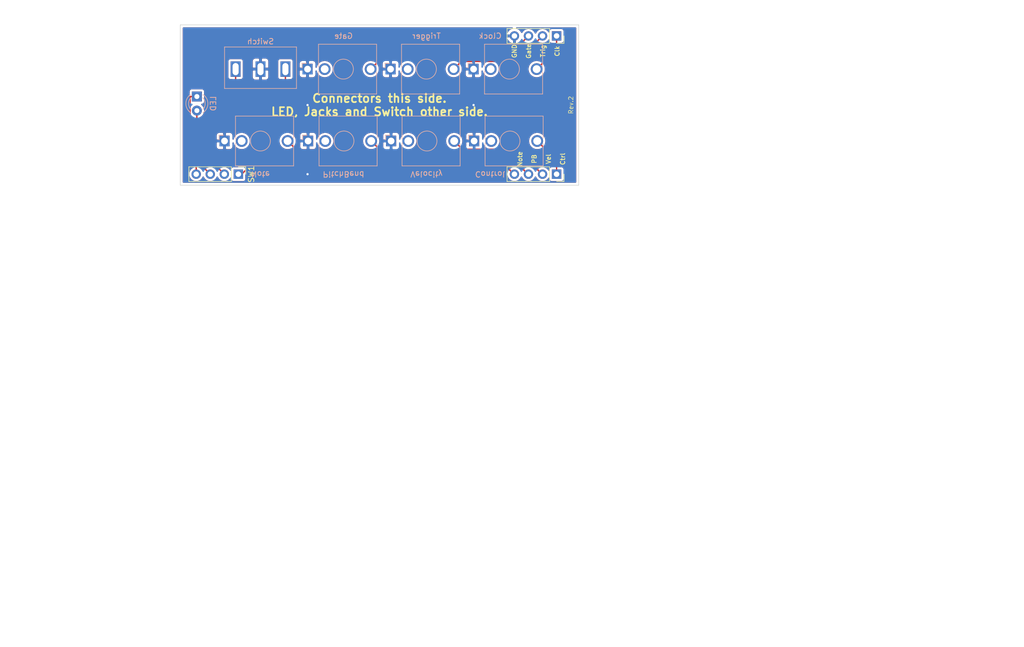
<source format=kicad_pcb>
(kicad_pcb (version 20171130) (host pcbnew "(5.1.4)-1")

  (general
    (thickness 1.6)
    (drawings 26)
    (tracks 50)
    (zones 0)
    (modules 12)
    (nets 13)
  )

  (page A4)
  (layers
    (0 F.Cu signal)
    (31 B.Cu signal)
    (32 B.Adhes user)
    (33 F.Adhes user)
    (34 B.Paste user)
    (35 F.Paste user)
    (36 B.SilkS user)
    (37 F.SilkS user)
    (38 B.Mask user)
    (39 F.Mask user)
    (40 Dwgs.User user)
    (41 Cmts.User user)
    (42 Eco1.User user)
    (43 Eco2.User user)
    (44 Edge.Cuts user)
    (45 Margin user)
    (46 B.CrtYd user)
    (47 F.CrtYd user)
    (48 B.Fab user)
    (49 F.Fab user)
  )

  (setup
    (last_trace_width 0.25)
    (user_trace_width 0.35)
    (trace_clearance 0.2)
    (zone_clearance 0.4)
    (zone_45_only no)
    (trace_min 0.2)
    (via_size 0.8)
    (via_drill 0.4)
    (via_min_size 0.4)
    (via_min_drill 0.3)
    (uvia_size 0.3)
    (uvia_drill 0.1)
    (uvias_allowed no)
    (uvia_min_size 0.2)
    (uvia_min_drill 0.1)
    (edge_width 0.1)
    (segment_width 0.2)
    (pcb_text_width 0.3)
    (pcb_text_size 1.5 1.5)
    (mod_edge_width 0.15)
    (mod_text_size 1 1)
    (mod_text_width 0.15)
    (pad_size 1.05 2)
    (pad_drill 0.75)
    (pad_to_mask_clearance 0)
    (aux_axis_origin 0 0)
    (visible_elements 7FFFFFFF)
    (pcbplotparams
      (layerselection 0x010fc_ffffffff)
      (usegerberextensions false)
      (usegerberattributes false)
      (usegerberadvancedattributes false)
      (creategerberjobfile false)
      (excludeedgelayer true)
      (linewidth 0.100000)
      (plotframeref false)
      (viasonmask false)
      (mode 1)
      (useauxorigin false)
      (hpglpennumber 1)
      (hpglpenspeed 20)
      (hpglpendiameter 15.000000)
      (psnegative false)
      (psa4output false)
      (plotreference true)
      (plotvalue true)
      (plotinvisibletext false)
      (padsonsilk false)
      (subtractmaskfromsilk false)
      (outputformat 1)
      (mirror false)
      (drillshape 0)
      (scaleselection 1)
      (outputdirectory "Plots/"))
  )

  (net 0 "")
  (net 1 GND)
  (net 2 "Net-(Output2A1-Pad1)")
  (net 3 "Net-(Control1-PadT)")
  (net 4 "Net-(Gate1-PadT)")
  (net 5 "Net-(Note1-PadT)")
  (net 6 "Net-(Output1A1-Pad3)")
  (net 7 "Net-(Output1A1-Pad2)")
  (net 8 "Net-(Output2A1-Pad2)")
  (net 9 "Net-(LED1-Pad2)")
  (net 10 "Net-(SW1D1-Pad1)")
  (net 11 "Net-(LED1-Pad1)")
  (net 12 "Net-(SW1D1-Pad2)")

  (net_class Default "This is the default net class."
    (clearance 0.2)
    (trace_width 0.25)
    (via_dia 0.8)
    (via_drill 0.4)
    (uvia_dia 0.3)
    (uvia_drill 0.1)
    (add_net GND)
    (add_net "Net-(Control1-PadT)")
    (add_net "Net-(Gate1-PadT)")
    (add_net "Net-(LED1-Pad1)")
    (add_net "Net-(LED1-Pad2)")
    (add_net "Net-(Note1-PadT)")
    (add_net "Net-(Output1A1-Pad2)")
    (add_net "Net-(Output1A1-Pad3)")
    (add_net "Net-(Output2A1-Pad1)")
    (add_net "Net-(Output2A1-Pad2)")
    (add_net "Net-(SW1D1-Pad1)")
    (add_net "Net-(SW1D1-Pad2)")
  )

  (module Connector_Audio:Jack_3.5mm_QingPu_WQP-PJ398SM_Vertical_CircularHoles (layer B.Cu) (tedit 5C2B6BB2) (tstamp 5ECA2229)
    (at 159.6 89.5 270)
    (descr "TRS 3.5mm, vertical, Thonkiconn, PCB mount, (http://www.qingpu-electronics.com/en/products/WQP-PJ398SM-362.html)")
    (tags "WQP-PJ398SM WQP-PJ301M-12 TRS 3.5mm mono vertical jack thonkiconn qingpu")
    (path /5ECF9209)
    (fp_text reference Velocity (at 6 -6.4 180 unlocked) (layer B.SilkS)
      (effects (font (size 1 1) (thickness 0.15)) (justify mirror))
    )
    (fp_text value AudioJack2 (at 0 -5 90) (layer B.Fab)
      (effects (font (size 1 1) (thickness 0.15)) (justify mirror))
    )
    (fp_line (start 0 0) (end 0 -2.03) (layer B.Fab) (width 0.1))
    (fp_circle (center 0 -6.48) (end 1.8 -6.48) (layer B.Fab) (width 0.1))
    (fp_line (start 4.5 -2.03) (end -4.5 -2.03) (layer B.Fab) (width 0.1))
    (fp_line (start 5 1.42) (end -5 1.42) (layer B.CrtYd) (width 0.05))
    (fp_line (start 5 -12.98) (end -5 -12.98) (layer B.CrtYd) (width 0.05))
    (fp_line (start 5 -12.98) (end 5 1.42) (layer B.CrtYd) (width 0.05))
    (fp_line (start 4.5 -12.48) (end -4.5 -12.48) (layer B.Fab) (width 0.1))
    (fp_line (start 4.5 -12.48) (end 4.5 -2.08) (layer B.Fab) (width 0.1))
    (fp_line (start -1.06 1) (end -0.2 1) (layer B.SilkS) (width 0.12))
    (fp_line (start -1.06 1) (end -1.06 0.2) (layer B.SilkS) (width 0.12))
    (fp_circle (center 0 -6.48) (end 1.8 -6.48) (layer B.SilkS) (width 0.12))
    (fp_line (start -0.35 -1.98) (end -4.5 -1.98) (layer B.SilkS) (width 0.12))
    (fp_line (start 4.5 -1.98) (end 0.35 -1.98) (layer B.SilkS) (width 0.12))
    (fp_line (start -0.5 -12.48) (end -4.5 -12.48) (layer B.SilkS) (width 0.12))
    (fp_line (start 4.5 -12.48) (end 0.5 -12.48) (layer B.SilkS) (width 0.12))
    (fp_line (start -1.41 -6.02) (end -0.46 -5.07) (layer Dwgs.User) (width 0.12))
    (fp_line (start -1.42 -6.875) (end 0.4 -5.06) (layer Dwgs.User) (width 0.12))
    (fp_line (start -1.07 -7.49) (end 1.01 -5.41) (layer Dwgs.User) (width 0.12))
    (fp_line (start -0.58 -7.83) (end 1.36 -5.89) (layer Dwgs.User) (width 0.12))
    (fp_line (start 0.09 -7.96) (end 1.48 -6.57) (layer Dwgs.User) (width 0.12))
    (fp_circle (center 0 -6.48) (end 1.5 -6.48) (layer Dwgs.User) (width 0.12))
    (fp_line (start 4.5 -1.98) (end 4.5 -12.48) (layer B.SilkS) (width 0.12))
    (fp_line (start -4.5 -1.98) (end -4.5 -12.48) (layer B.SilkS) (width 0.12))
    (fp_text user %R (at 0 -8 90) (layer B.Fab)
      (effects (font (size 1 1) (thickness 0.15)) (justify mirror))
    )
    (fp_line (start -4.5 -12.48) (end -4.5 -2.08) (layer B.Fab) (width 0.1))
    (fp_line (start -5 -12.98) (end -5 1.42) (layer B.CrtYd) (width 0.05))
    (fp_text user KEEPOUT (at 0 -6.48) (layer Cmts.User)
      (effects (font (size 0.4 0.4) (thickness 0.051)))
    )
    (pad T thru_hole circle (at 0 -11.4 90) (size 2.13 2.13) (drill 1.43) (layers *.Cu *.Mask)
      (net 7 "Net-(Output1A1-Pad2)"))
    (pad S thru_hole rect (at 0 0 90) (size 1.93 1.83) (drill 1.22) (layers *.Cu *.Mask)
      (net 1 GND))
    (pad TN thru_hole circle (at 0 -3.1 90) (size 2.13 2.13) (drill 1.42) (layers *.Cu *.Mask))
    (model ${KISYS3DMOD}/Connector_Audio.3dshapes/Jack_3.5mm_QingPu_WQP-PJ398SM_Vertical.wrl
      (at (xyz 0 0 0))
      (scale (xyz 1 1 1))
      (rotate (xyz 0 0 0))
    )
  )

  (module Connector_Audio:Jack_3.5mm_QingPu_WQP-PJ398SM_Vertical_CircularHoles (layer B.Cu) (tedit 5C2B6BB2) (tstamp 5ECA1F0A)
    (at 174.5 76.5 270)
    (descr "TRS 3.5mm, vertical, Thonkiconn, PCB mount, (http://www.qingpu-electronics.com/en/products/WQP-PJ398SM-362.html)")
    (tags "WQP-PJ398SM WQP-PJ301M-12 TRS 3.5mm mono vertical jack thonkiconn qingpu")
    (path /5ECF7638)
    (fp_text reference Clock (at -6 -3 180) (layer B.SilkS)
      (effects (font (size 1 1) (thickness 0.15)) (justify mirror))
    )
    (fp_text value AudioJack2 (at 0 -5 90) (layer B.Fab)
      (effects (font (size 1 1) (thickness 0.15)) (justify mirror))
    )
    (fp_line (start 0 0) (end 0 -2.03) (layer B.Fab) (width 0.1))
    (fp_circle (center 0 -6.48) (end 1.8 -6.48) (layer B.Fab) (width 0.1))
    (fp_line (start 4.5 -2.03) (end -4.5 -2.03) (layer B.Fab) (width 0.1))
    (fp_line (start 5 1.42) (end -5 1.42) (layer B.CrtYd) (width 0.05))
    (fp_line (start 5 -12.98) (end -5 -12.98) (layer B.CrtYd) (width 0.05))
    (fp_line (start 5 -12.98) (end 5 1.42) (layer B.CrtYd) (width 0.05))
    (fp_line (start 4.5 -12.48) (end -4.5 -12.48) (layer B.Fab) (width 0.1))
    (fp_line (start 4.5 -12.48) (end 4.5 -2.08) (layer B.Fab) (width 0.1))
    (fp_line (start -1.06 1) (end -0.2 1) (layer B.SilkS) (width 0.12))
    (fp_line (start -1.06 1) (end -1.06 0.2) (layer B.SilkS) (width 0.12))
    (fp_circle (center 0 -6.48) (end 1.8 -6.48) (layer B.SilkS) (width 0.12))
    (fp_line (start -0.35 -1.98) (end -4.5 -1.98) (layer B.SilkS) (width 0.12))
    (fp_line (start 4.5 -1.98) (end 0.35 -1.98) (layer B.SilkS) (width 0.12))
    (fp_line (start -0.5 -12.48) (end -4.5 -12.48) (layer B.SilkS) (width 0.12))
    (fp_line (start 4.5 -12.48) (end 0.5 -12.48) (layer B.SilkS) (width 0.12))
    (fp_line (start -1.41 -6.02) (end -0.46 -5.07) (layer Dwgs.User) (width 0.12))
    (fp_line (start -1.42 -6.875) (end 0.4 -5.06) (layer Dwgs.User) (width 0.12))
    (fp_line (start -1.07 -7.49) (end 1.01 -5.41) (layer Dwgs.User) (width 0.12))
    (fp_line (start -0.58 -7.83) (end 1.36 -5.89) (layer Dwgs.User) (width 0.12))
    (fp_line (start 0.09 -7.96) (end 1.48 -6.57) (layer Dwgs.User) (width 0.12))
    (fp_circle (center 0 -6.48) (end 1.5 -6.48) (layer Dwgs.User) (width 0.12))
    (fp_line (start 4.5 -1.98) (end 4.5 -12.48) (layer B.SilkS) (width 0.12))
    (fp_line (start -4.5 -1.98) (end -4.5 -12.48) (layer B.SilkS) (width 0.12))
    (fp_text user %R (at 0 -8 90) (layer B.Fab)
      (effects (font (size 1 1) (thickness 0.15)) (justify mirror))
    )
    (fp_line (start -4.5 -12.48) (end -4.5 -2.08) (layer B.Fab) (width 0.1))
    (fp_line (start -5 -12.98) (end -5 1.42) (layer B.CrtYd) (width 0.05))
    (fp_text user KEEPOUT (at 0 -6.48 270) (layer Cmts.User)
      (effects (font (size 0.4 0.4) (thickness 0.051)))
    )
    (pad T thru_hole circle (at 0 -11.4 90) (size 2.13 2.13) (drill 1.43) (layers *.Cu *.Mask)
      (net 2 "Net-(Output2A1-Pad1)"))
    (pad S thru_hole rect (at 0 0 90) (size 1.93 1.83) (drill 1.22) (layers *.Cu *.Mask)
      (net 1 GND))
    (pad TN thru_hole circle (at 0 -3.1 90) (size 2.13 2.13) (drill 1.42) (layers *.Cu *.Mask))
    (model ${KISYS3DMOD}/Connector_Audio.3dshapes/Jack_3.5mm_QingPu_WQP-PJ398SM_Vertical.wrl
      (at (xyz 0 0 0))
      (scale (xyz 1 1 1))
      (rotate (xyz 0 0 0))
    )
  )

  (module Connector_Audio:Jack_3.5mm_QingPu_WQP-PJ398SM_Vertical_CircularHoles (layer B.Cu) (tedit 5C2B6BB2) (tstamp 5ECA20FB)
    (at 144.6 89.5 270)
    (descr "TRS 3.5mm, vertical, Thonkiconn, PCB mount, (http://www.qingpu-electronics.com/en/products/WQP-PJ398SM-362.html)")
    (tags "WQP-PJ398SM WQP-PJ301M-12 TRS 3.5mm mono vertical jack thonkiconn qingpu")
    (path /5ECF94A5)
    (fp_text reference PitchBend (at 6 -6.4 180 unlocked) (layer B.SilkS)
      (effects (font (size 1 1) (thickness 0.15)) (justify mirror))
    )
    (fp_text value AudioJack2 (at 0 -5 90) (layer B.Fab)
      (effects (font (size 1 1) (thickness 0.15)) (justify mirror))
    )
    (fp_line (start 0 0) (end 0 -2.03) (layer B.Fab) (width 0.1))
    (fp_circle (center 0 -6.48) (end 1.8 -6.48) (layer B.Fab) (width 0.1))
    (fp_line (start 4.5 -2.03) (end -4.5 -2.03) (layer B.Fab) (width 0.1))
    (fp_line (start 5 1.42) (end -5 1.42) (layer B.CrtYd) (width 0.05))
    (fp_line (start 5 -12.98) (end -5 -12.98) (layer B.CrtYd) (width 0.05))
    (fp_line (start 5 -12.98) (end 5 1.42) (layer B.CrtYd) (width 0.05))
    (fp_line (start 4.5 -12.48) (end -4.5 -12.48) (layer B.Fab) (width 0.1))
    (fp_line (start 4.5 -12.48) (end 4.5 -2.08) (layer B.Fab) (width 0.1))
    (fp_line (start -1.06 1) (end -0.2 1) (layer B.SilkS) (width 0.12))
    (fp_line (start -1.06 1) (end -1.06 0.2) (layer B.SilkS) (width 0.12))
    (fp_circle (center 0 -6.48) (end 1.8 -6.48) (layer B.SilkS) (width 0.12))
    (fp_line (start -0.35 -1.98) (end -4.5 -1.98) (layer B.SilkS) (width 0.12))
    (fp_line (start 4.5 -1.98) (end 0.35 -1.98) (layer B.SilkS) (width 0.12))
    (fp_line (start -0.5 -12.48) (end -4.5 -12.48) (layer B.SilkS) (width 0.12))
    (fp_line (start 4.5 -12.48) (end 0.5 -12.48) (layer B.SilkS) (width 0.12))
    (fp_line (start -1.41 -6.02) (end -0.46 -5.07) (layer Dwgs.User) (width 0.12))
    (fp_line (start -1.42 -6.875) (end 0.4 -5.06) (layer Dwgs.User) (width 0.12))
    (fp_line (start -1.07 -7.49) (end 1.01 -5.41) (layer Dwgs.User) (width 0.12))
    (fp_line (start -0.58 -7.83) (end 1.36 -5.89) (layer Dwgs.User) (width 0.12))
    (fp_line (start 0.09 -7.96) (end 1.48 -6.57) (layer Dwgs.User) (width 0.12))
    (fp_circle (center 0 -6.48) (end 1.5 -6.48) (layer Dwgs.User) (width 0.12))
    (fp_line (start 4.5 -1.98) (end 4.5 -12.48) (layer B.SilkS) (width 0.12))
    (fp_line (start -4.5 -1.98) (end -4.5 -12.48) (layer B.SilkS) (width 0.12))
    (fp_text user %R (at 0 -8 90) (layer B.Fab)
      (effects (font (size 1 1) (thickness 0.15)) (justify mirror))
    )
    (fp_line (start -4.5 -12.48) (end -4.5 -2.08) (layer B.Fab) (width 0.1))
    (fp_line (start -5 -12.98) (end -5 1.42) (layer B.CrtYd) (width 0.05))
    (fp_text user KEEPOUT (at 0 -6.48 270) (layer Cmts.User)
      (effects (font (size 0.4 0.4) (thickness 0.051)))
    )
    (pad T thru_hole circle (at 0 -11.4 90) (size 2.13 2.13) (drill 1.43) (layers *.Cu *.Mask)
      (net 6 "Net-(Output1A1-Pad3)"))
    (pad S thru_hole rect (at 0 0 90) (size 1.93 1.83) (drill 1.22) (layers *.Cu *.Mask)
      (net 1 GND))
    (pad TN thru_hole circle (at 0 -3.1 90) (size 2.13 2.13) (drill 1.42) (layers *.Cu *.Mask))
    (model ${KISYS3DMOD}/Connector_Audio.3dshapes/Jack_3.5mm_QingPu_WQP-PJ398SM_Vertical.wrl
      (at (xyz 0 0 0))
      (scale (xyz 1 1 1))
      (rotate (xyz 0 0 0))
    )
  )

  (module Connector_PinSocket_2.54mm:PinSocket_1x04_P2.54mm_Vertical (layer F.Cu) (tedit 5A19A429) (tstamp 5ECA20AB)
    (at 189.5 70.5 270)
    (descr "Through hole straight socket strip, 1x04, 2.54mm pitch, single row (from Kicad 4.0.7), script generated")
    (tags "Through hole socket strip THT 1x04 2.54mm single row")
    (path /5ECFBBD8)
    (fp_text reference Output2A1 (at 0 -2.77 90) (layer F.Fab)
      (effects (font (size 1 1) (thickness 0.15)))
    )
    (fp_text value Conn_01x04 (at 0 10.39 90) (layer F.Fab)
      (effects (font (size 1 1) (thickness 0.15)))
    )
    (fp_text user %R (at 0 3.81 90) (layer F.Fab)
      (effects (font (size 1 1) (thickness 0.15)))
    )
    (fp_line (start -1.8 9.4) (end -1.8 -1.8) (layer F.CrtYd) (width 0.05))
    (fp_line (start 1.75 9.4) (end -1.8 9.4) (layer F.CrtYd) (width 0.05))
    (fp_line (start 1.75 -1.8) (end 1.75 9.4) (layer F.CrtYd) (width 0.05))
    (fp_line (start -1.8 -1.8) (end 1.75 -1.8) (layer F.CrtYd) (width 0.05))
    (fp_line (start 0 -1.33) (end 1.33 -1.33) (layer F.SilkS) (width 0.12))
    (fp_line (start 1.33 -1.33) (end 1.33 0) (layer F.SilkS) (width 0.12))
    (fp_line (start 1.33 1.27) (end 1.33 8.95) (layer F.SilkS) (width 0.12))
    (fp_line (start -1.33 8.95) (end 1.33 8.95) (layer F.SilkS) (width 0.12))
    (fp_line (start -1.33 1.27) (end -1.33 8.95) (layer F.SilkS) (width 0.12))
    (fp_line (start -1.33 1.27) (end 1.33 1.27) (layer F.SilkS) (width 0.12))
    (fp_line (start -1.27 8.89) (end -1.27 -1.27) (layer F.Fab) (width 0.1))
    (fp_line (start 1.27 8.89) (end -1.27 8.89) (layer F.Fab) (width 0.1))
    (fp_line (start 1.27 -0.635) (end 1.27 8.89) (layer F.Fab) (width 0.1))
    (fp_line (start 0.635 -1.27) (end 1.27 -0.635) (layer F.Fab) (width 0.1))
    (fp_line (start -1.27 -1.27) (end 0.635 -1.27) (layer F.Fab) (width 0.1))
    (pad 4 thru_hole oval (at 0 7.62 270) (size 1.7 1.7) (drill 1) (layers *.Cu *.Mask)
      (net 1 GND))
    (pad 3 thru_hole oval (at 0 5.08 270) (size 1.7 1.7) (drill 1) (layers *.Cu *.Mask)
      (net 4 "Net-(Gate1-PadT)"))
    (pad 2 thru_hole oval (at 0 2.54 270) (size 1.7 1.7) (drill 1) (layers *.Cu *.Mask)
      (net 8 "Net-(Output2A1-Pad2)"))
    (pad 1 thru_hole rect (at 0 0 270) (size 1.7 1.7) (drill 1) (layers *.Cu *.Mask)
      (net 2 "Net-(Output2A1-Pad1)"))
    (model ${KISYS3DMOD}/Connector_PinSocket_2.54mm.3dshapes/PinSocket_1x04_P2.54mm_Vertical.wrl
      (at (xyz 0 0 0))
      (scale (xyz 1 1 1))
      (rotate (xyz 0 0 0))
    )
  )

  (module MyCustomPartsLibrary:SPDT_3pin_switch (layer B.Cu) (tedit 5F12BB5D) (tstamp 5ECC2C69)
    (at 136 76.5 180)
    (path /5ECFA83B)
    (fp_text reference Switch (at 0 5) (layer B.SilkS)
      (effects (font (size 1 1) (thickness 0.15)) (justify mirror))
    )
    (fp_text value Switch (at 0 2.5) (layer B.Fab)
      (effects (font (size 1 1) (thickness 0.15)) (justify mirror))
    )
    (fp_line (start -6.5 -3.5) (end -6.5 4) (layer B.SilkS) (width 0.12))
    (fp_line (start 6.5 -3.5) (end -6.5 -3.5) (layer B.SilkS) (width 0.12))
    (fp_line (start 6.5 4) (end 6.5 -3.5) (layer B.SilkS) (width 0.12))
    (fp_line (start -6.5 4) (end 6.5 4) (layer B.SilkS) (width 0.12))
    (pad 3 thru_hole rect (at 4.5 0 180) (size 1.8 2.8) (drill oval 1.1 2.2) (layers *.Cu *.Mask)
      (net 12 "Net-(SW1D1-Pad2)"))
    (pad 2 thru_hole rect (at 0 0 180) (size 1.8 2.8) (drill oval 1.1 2.2) (layers *.Cu *.Mask)
      (net 1 GND))
    (pad 1 thru_hole rect (at -4.5 0 180) (size 1.8 2.8) (drill oval 1.1 2.2) (layers *.Cu *.Mask)
      (net 10 "Net-(SW1D1-Pad1)"))
  )

  (module Connector_Audio:Jack_3.5mm_QingPu_WQP-PJ398SM_Vertical_CircularHoles (layer B.Cu) (tedit 5C2B6BB2) (tstamp 5ECA2207)
    (at 159.5 76.5 270)
    (descr "TRS 3.5mm, vertical, Thonkiconn, PCB mount, (http://www.qingpu-electronics.com/en/products/WQP-PJ398SM-362.html)")
    (tags "WQP-PJ398SM WQP-PJ301M-12 TRS 3.5mm mono vertical jack thonkiconn qingpu")
    (path /5ECF8440)
    (fp_text reference Trigger (at -6 -6.5 180) (layer B.SilkS)
      (effects (font (size 1 1) (thickness 0.15)) (justify mirror))
    )
    (fp_text value AudioJack2 (at 0 -5 90) (layer B.Fab)
      (effects (font (size 1 1) (thickness 0.15)) (justify mirror))
    )
    (fp_line (start 0 0) (end 0 -2.03) (layer B.Fab) (width 0.1))
    (fp_circle (center 0 -6.48) (end 1.8 -6.48) (layer B.Fab) (width 0.1))
    (fp_line (start 4.5 -2.03) (end -4.5 -2.03) (layer B.Fab) (width 0.1))
    (fp_line (start 5 1.42) (end -5 1.42) (layer B.CrtYd) (width 0.05))
    (fp_line (start 5 -12.98) (end -5 -12.98) (layer B.CrtYd) (width 0.05))
    (fp_line (start 5 -12.98) (end 5 1.42) (layer B.CrtYd) (width 0.05))
    (fp_line (start 4.5 -12.48) (end -4.5 -12.48) (layer B.Fab) (width 0.1))
    (fp_line (start 4.5 -12.48) (end 4.5 -2.08) (layer B.Fab) (width 0.1))
    (fp_line (start -1.06 1) (end -0.2 1) (layer B.SilkS) (width 0.12))
    (fp_line (start -1.06 1) (end -1.06 0.2) (layer B.SilkS) (width 0.12))
    (fp_circle (center 0 -6.48) (end 1.8 -6.48) (layer B.SilkS) (width 0.12))
    (fp_line (start -0.35 -1.98) (end -4.5 -1.98) (layer B.SilkS) (width 0.12))
    (fp_line (start 4.5 -1.98) (end 0.35 -1.98) (layer B.SilkS) (width 0.12))
    (fp_line (start -0.5 -12.48) (end -4.5 -12.48) (layer B.SilkS) (width 0.12))
    (fp_line (start 4.5 -12.48) (end 0.5 -12.48) (layer B.SilkS) (width 0.12))
    (fp_line (start -1.41 -6.02) (end -0.46 -5.07) (layer Dwgs.User) (width 0.12))
    (fp_line (start -1.42 -6.875) (end 0.4 -5.06) (layer Dwgs.User) (width 0.12))
    (fp_line (start -1.07 -7.49) (end 1.01 -5.41) (layer Dwgs.User) (width 0.12))
    (fp_line (start -0.58 -7.83) (end 1.36 -5.89) (layer Dwgs.User) (width 0.12))
    (fp_line (start 0.09 -7.96) (end 1.48 -6.57) (layer Dwgs.User) (width 0.12))
    (fp_circle (center 0 -6.48) (end 1.5 -6.48) (layer Dwgs.User) (width 0.12))
    (fp_line (start 4.5 -1.98) (end 4.5 -12.48) (layer B.SilkS) (width 0.12))
    (fp_line (start -4.5 -1.98) (end -4.5 -12.48) (layer B.SilkS) (width 0.12))
    (fp_text user %R (at 0 -8 90) (layer B.Fab)
      (effects (font (size 1 1) (thickness 0.15)) (justify mirror))
    )
    (fp_line (start -4.5 -12.48) (end -4.5 -2.08) (layer B.Fab) (width 0.1))
    (fp_line (start -5 -12.98) (end -5 1.42) (layer B.CrtYd) (width 0.05))
    (fp_text user KEEPOUT (at 0 -6.48 270) (layer Cmts.User)
      (effects (font (size 0.4 0.4) (thickness 0.051)))
    )
    (pad T thru_hole circle (at 0 -11.4 90) (size 2.13 2.13) (drill 1.43) (layers *.Cu *.Mask)
      (net 8 "Net-(Output2A1-Pad2)"))
    (pad S thru_hole rect (at 0 0 90) (size 1.93 1.83) (drill 1.22) (layers *.Cu *.Mask)
      (net 1 GND))
    (pad TN thru_hole circle (at 0 -3.1 90) (size 2.13 2.13) (drill 1.42) (layers *.Cu *.Mask))
    (model ${KISYS3DMOD}/Connector_Audio.3dshapes/Jack_3.5mm_QingPu_WQP-PJ398SM_Vertical.wrl
      (at (xyz 0 0 0))
      (scale (xyz 1 1 1))
      (rotate (xyz 0 0 0))
    )
  )

  (module Connector_Audio:Jack_3.5mm_QingPu_WQP-PJ398SM_Vertical_CircularHoles (layer B.Cu) (tedit 5C2B6BB2) (tstamp 5ECA1FBE)
    (at 144.5 76.5 270)
    (descr "TRS 3.5mm, vertical, Thonkiconn, PCB mount, (http://www.qingpu-electronics.com/en/products/WQP-PJ398SM-362.html)")
    (tags "WQP-PJ398SM WQP-PJ301M-12 TRS 3.5mm mono vertical jack thonkiconn qingpu")
    (path /5ECF875C)
    (fp_text reference Gate (at -6 -6.5 180) (layer B.SilkS)
      (effects (font (size 1 1) (thickness 0.15)) (justify mirror))
    )
    (fp_text value AudioJack2 (at 0 -5 90) (layer B.Fab)
      (effects (font (size 1 1) (thickness 0.15)) (justify mirror))
    )
    (fp_line (start 0 0) (end 0 -2.03) (layer B.Fab) (width 0.1))
    (fp_circle (center 0 -6.48) (end 1.8 -6.48) (layer B.Fab) (width 0.1))
    (fp_line (start 4.5 -2.03) (end -4.5 -2.03) (layer B.Fab) (width 0.1))
    (fp_line (start 5 1.42) (end -5 1.42) (layer B.CrtYd) (width 0.05))
    (fp_line (start 5 -12.98) (end -5 -12.98) (layer B.CrtYd) (width 0.05))
    (fp_line (start 5 -12.98) (end 5 1.42) (layer B.CrtYd) (width 0.05))
    (fp_line (start 4.5 -12.48) (end -4.5 -12.48) (layer B.Fab) (width 0.1))
    (fp_line (start 4.5 -12.48) (end 4.5 -2.08) (layer B.Fab) (width 0.1))
    (fp_line (start -1.06 1) (end -0.2 1) (layer B.SilkS) (width 0.12))
    (fp_line (start -1.06 1) (end -1.06 0.2) (layer B.SilkS) (width 0.12))
    (fp_circle (center 0 -6.48) (end 1.8 -6.48) (layer B.SilkS) (width 0.12))
    (fp_line (start -0.35 -1.98) (end -4.5 -1.98) (layer B.SilkS) (width 0.12))
    (fp_line (start 4.5 -1.98) (end 0.35 -1.98) (layer B.SilkS) (width 0.12))
    (fp_line (start -0.5 -12.48) (end -4.5 -12.48) (layer B.SilkS) (width 0.12))
    (fp_line (start 4.5 -12.48) (end 0.5 -12.48) (layer B.SilkS) (width 0.12))
    (fp_line (start -1.41 -6.02) (end -0.46 -5.07) (layer Dwgs.User) (width 0.12))
    (fp_line (start -1.42 -6.875) (end 0.4 -5.06) (layer Dwgs.User) (width 0.12))
    (fp_line (start -1.07 -7.49) (end 1.01 -5.41) (layer Dwgs.User) (width 0.12))
    (fp_line (start -0.58 -7.83) (end 1.36 -5.89) (layer Dwgs.User) (width 0.12))
    (fp_line (start 0.09 -7.96) (end 1.48 -6.57) (layer Dwgs.User) (width 0.12))
    (fp_circle (center 0 -6.48) (end 1.5 -6.48) (layer Dwgs.User) (width 0.12))
    (fp_line (start 4.5 -1.98) (end 4.5 -12.48) (layer B.SilkS) (width 0.12))
    (fp_line (start -4.5 -1.98) (end -4.5 -12.48) (layer B.SilkS) (width 0.12))
    (fp_text user %R (at 0 -8 90) (layer B.Fab)
      (effects (font (size 1 1) (thickness 0.15)) (justify mirror))
    )
    (fp_line (start -4.5 -12.48) (end -4.5 -2.08) (layer B.Fab) (width 0.1))
    (fp_line (start -5 -12.98) (end -5 1.42) (layer B.CrtYd) (width 0.05))
    (fp_text user KEEPOUT (at 0 -6.48 270) (layer Cmts.User)
      (effects (font (size 0.4 0.4) (thickness 0.051)))
    )
    (pad T thru_hole circle (at 0 -11.4 90) (size 2.13 2.13) (drill 1.43) (layers *.Cu *.Mask)
      (net 4 "Net-(Gate1-PadT)"))
    (pad S thru_hole rect (at 0 0 90) (size 1.93 1.83) (drill 1.22) (layers *.Cu *.Mask)
      (net 1 GND))
    (pad TN thru_hole circle (at 0 -3.1 90) (size 2.13 2.13) (drill 1.42) (layers *.Cu *.Mask))
    (model ${KISYS3DMOD}/Connector_Audio.3dshapes/Jack_3.5mm_QingPu_WQP-PJ398SM_Vertical.wrl
      (at (xyz 0 0 0))
      (scale (xyz 1 1 1))
      (rotate (xyz 0 0 0))
    )
  )

  (module Connector_PinHeader_2.54mm:PinHeader_1x04_P2.54mm_Vertical (layer F.Cu) (tedit 59FED5CC) (tstamp 5ECC3AA7)
    (at 132 95.5 270)
    (descr "Through hole straight pin header, 1x04, 2.54mm pitch, single row")
    (tags "Through hole pin header THT 1x04 2.54mm single row")
    (path /5EE003B3)
    (fp_text reference SW1 (at 0 -2.33 90) (layer F.SilkS)
      (effects (font (size 1 1) (thickness 0.15)))
    )
    (fp_text value Conn_01x04 (at 0 9.95 90) (layer F.Fab)
      (effects (font (size 1 1) (thickness 0.15)))
    )
    (fp_text user %R (at 0 3.81) (layer F.Fab)
      (effects (font (size 1 1) (thickness 0.15)))
    )
    (fp_line (start 1.8 -1.8) (end -1.8 -1.8) (layer F.CrtYd) (width 0.05))
    (fp_line (start 1.8 9.4) (end 1.8 -1.8) (layer F.CrtYd) (width 0.05))
    (fp_line (start -1.8 9.4) (end 1.8 9.4) (layer F.CrtYd) (width 0.05))
    (fp_line (start -1.8 -1.8) (end -1.8 9.4) (layer F.CrtYd) (width 0.05))
    (fp_line (start -1.33 -1.33) (end 0 -1.33) (layer F.SilkS) (width 0.12))
    (fp_line (start -1.33 0) (end -1.33 -1.33) (layer F.SilkS) (width 0.12))
    (fp_line (start -1.33 1.27) (end 1.33 1.27) (layer F.SilkS) (width 0.12))
    (fp_line (start 1.33 1.27) (end 1.33 8.95) (layer F.SilkS) (width 0.12))
    (fp_line (start -1.33 1.27) (end -1.33 8.95) (layer F.SilkS) (width 0.12))
    (fp_line (start -1.33 8.95) (end 1.33 8.95) (layer F.SilkS) (width 0.12))
    (fp_line (start -1.27 -0.635) (end -0.635 -1.27) (layer F.Fab) (width 0.1))
    (fp_line (start -1.27 8.89) (end -1.27 -0.635) (layer F.Fab) (width 0.1))
    (fp_line (start 1.27 8.89) (end -1.27 8.89) (layer F.Fab) (width 0.1))
    (fp_line (start 1.27 -1.27) (end 1.27 8.89) (layer F.Fab) (width 0.1))
    (fp_line (start -0.635 -1.27) (end 1.27 -1.27) (layer F.Fab) (width 0.1))
    (pad 4 thru_hole oval (at 0 7.62 270) (size 1.7 1.7) (drill 1) (layers *.Cu *.Mask)
      (net 11 "Net-(LED1-Pad1)"))
    (pad 3 thru_hole oval (at 0 5.08 270) (size 1.7 1.7) (drill 1) (layers *.Cu *.Mask)
      (net 9 "Net-(LED1-Pad2)"))
    (pad 2 thru_hole oval (at 0 2.54 270) (size 1.7 1.7) (drill 1) (layers *.Cu *.Mask)
      (net 12 "Net-(SW1D1-Pad2)"))
    (pad 1 thru_hole rect (at 0 0 270) (size 1.7 1.7) (drill 1) (layers *.Cu *.Mask)
      (net 10 "Net-(SW1D1-Pad1)"))
    (model ${KISYS3DMOD}/Connector_PinHeader_2.54mm.3dshapes/PinHeader_1x04_P2.54mm_Vertical.wrl
      (at (xyz 0 0 0))
      (scale (xyz 1 1 1))
      (rotate (xyz 0 0 0))
    )
  )

  (module Connector_PinSocket_2.54mm:PinSocket_1x04_P2.54mm_Vertical (layer F.Cu) (tedit 5A19A429) (tstamp 5ECA2065)
    (at 189.5 95.5 270)
    (descr "Through hole straight socket strip, 1x04, 2.54mm pitch, single row (from Kicad 4.0.7), script generated")
    (tags "Through hole socket strip THT 1x04 2.54mm single row")
    (path /5ECFAF23)
    (fp_text reference Output1A1 (at 0 -2.77 90) (layer F.Fab)
      (effects (font (size 1 1) (thickness 0.15)))
    )
    (fp_text value Conn_01x04 (at 0 10.39 90) (layer F.Fab)
      (effects (font (size 1 1) (thickness 0.15)))
    )
    (fp_text user %R (at 0 3.81 270) (layer F.Fab)
      (effects (font (size 1 1) (thickness 0.15)))
    )
    (fp_line (start -1.8 9.4) (end -1.8 -1.8) (layer F.CrtYd) (width 0.05))
    (fp_line (start 1.75 9.4) (end -1.8 9.4) (layer F.CrtYd) (width 0.05))
    (fp_line (start 1.75 -1.8) (end 1.75 9.4) (layer F.CrtYd) (width 0.05))
    (fp_line (start -1.8 -1.8) (end 1.75 -1.8) (layer F.CrtYd) (width 0.05))
    (fp_line (start 0 -1.33) (end 1.33 -1.33) (layer F.SilkS) (width 0.12))
    (fp_line (start 1.33 -1.33) (end 1.33 0) (layer F.SilkS) (width 0.12))
    (fp_line (start 1.33 1.27) (end 1.33 8.95) (layer F.SilkS) (width 0.12))
    (fp_line (start -1.33 8.95) (end 1.33 8.95) (layer F.SilkS) (width 0.12))
    (fp_line (start -1.33 1.27) (end -1.33 8.95) (layer F.SilkS) (width 0.12))
    (fp_line (start -1.33 1.27) (end 1.33 1.27) (layer F.SilkS) (width 0.12))
    (fp_line (start -1.27 8.89) (end -1.27 -1.27) (layer F.Fab) (width 0.1))
    (fp_line (start 1.27 8.89) (end -1.27 8.89) (layer F.Fab) (width 0.1))
    (fp_line (start 1.27 -0.635) (end 1.27 8.89) (layer F.Fab) (width 0.1))
    (fp_line (start 0.635 -1.27) (end 1.27 -0.635) (layer F.Fab) (width 0.1))
    (fp_line (start -1.27 -1.27) (end 0.635 -1.27) (layer F.Fab) (width 0.1))
    (pad 4 thru_hole oval (at 0 7.62 270) (size 1.7 1.7) (drill 1) (layers *.Cu *.Mask)
      (net 5 "Net-(Note1-PadT)"))
    (pad 3 thru_hole oval (at 0 5.08 270) (size 1.7 1.7) (drill 1) (layers *.Cu *.Mask)
      (net 6 "Net-(Output1A1-Pad3)"))
    (pad 2 thru_hole oval (at 0 2.54 270) (size 1.7 1.7) (drill 1) (layers *.Cu *.Mask)
      (net 7 "Net-(Output1A1-Pad2)"))
    (pad 1 thru_hole rect (at 0 0 270) (size 1.7 1.7) (drill 1) (layers *.Cu *.Mask)
      (net 3 "Net-(Control1-PadT)"))
    (model ${KISYS3DMOD}/Connector_PinSocket_2.54mm.3dshapes/PinSocket_1x04_P2.54mm_Vertical.wrl
      (at (xyz 0 0 0))
      (scale (xyz 1 1 1))
      (rotate (xyz 0 0 0))
    )
  )

  (module Connector_Audio:Jack_3.5mm_QingPu_WQP-PJ398SM_Vertical_CircularHoles (layer B.Cu) (tedit 5C2B6BB2) (tstamp 5ECA2036)
    (at 129.5 89.5 270)
    (descr "TRS 3.5mm, vertical, Thonkiconn, PCB mount, (http://www.qingpu-electronics.com/en/products/WQP-PJ398SM-362.html)")
    (tags "WQP-PJ398SM WQP-PJ301M-12 TRS 3.5mm mono vertical jack thonkiconn qingpu")
    (path /5ECF981C)
    (fp_text reference Note (at 6 -6.5 180 unlocked) (layer B.SilkS)
      (effects (font (size 1 1) (thickness 0.15)) (justify mirror))
    )
    (fp_text value AudioJack2 (at 0 -5 90) (layer B.Fab)
      (effects (font (size 1 1) (thickness 0.15)) (justify mirror))
    )
    (fp_line (start 0 0) (end 0 -2.03) (layer B.Fab) (width 0.1))
    (fp_circle (center 0 -6.48) (end 1.8 -6.48) (layer B.Fab) (width 0.1))
    (fp_line (start 4.5 -2.03) (end -4.5 -2.03) (layer B.Fab) (width 0.1))
    (fp_line (start 5 1.42) (end -5 1.42) (layer B.CrtYd) (width 0.05))
    (fp_line (start 5 -12.98) (end -5 -12.98) (layer B.CrtYd) (width 0.05))
    (fp_line (start 5 -12.98) (end 5 1.42) (layer B.CrtYd) (width 0.05))
    (fp_line (start 4.5 -12.48) (end -4.5 -12.48) (layer B.Fab) (width 0.1))
    (fp_line (start 4.5 -12.48) (end 4.5 -2.08) (layer B.Fab) (width 0.1))
    (fp_line (start -1.06 1) (end -0.2 1) (layer B.SilkS) (width 0.12))
    (fp_line (start -1.06 1) (end -1.06 0.2) (layer B.SilkS) (width 0.12))
    (fp_circle (center 0 -6.48) (end 1.8 -6.48) (layer B.SilkS) (width 0.12))
    (fp_line (start -0.35 -1.98) (end -4.5 -1.98) (layer B.SilkS) (width 0.12))
    (fp_line (start 4.5 -1.98) (end 0.35 -1.98) (layer B.SilkS) (width 0.12))
    (fp_line (start -0.5 -12.48) (end -4.5 -12.48) (layer B.SilkS) (width 0.12))
    (fp_line (start 4.5 -12.48) (end 0.5 -12.48) (layer B.SilkS) (width 0.12))
    (fp_line (start -1.41 -6.02) (end -0.46 -5.07) (layer Dwgs.User) (width 0.12))
    (fp_line (start -1.42 -6.875) (end 0.4 -5.06) (layer Dwgs.User) (width 0.12))
    (fp_line (start -1.07 -7.49) (end 1.01 -5.41) (layer Dwgs.User) (width 0.12))
    (fp_line (start -0.58 -7.83) (end 1.36 -5.89) (layer Dwgs.User) (width 0.12))
    (fp_line (start 0.09 -7.96) (end 1.48 -6.57) (layer Dwgs.User) (width 0.12))
    (fp_circle (center 0 -6.48) (end 1.5 -6.48) (layer Dwgs.User) (width 0.12))
    (fp_line (start 4.5 -1.98) (end 4.5 -12.48) (layer B.SilkS) (width 0.12))
    (fp_line (start -4.5 -1.98) (end -4.5 -12.48) (layer B.SilkS) (width 0.12))
    (fp_text user %R (at 0 -8 90) (layer B.Fab)
      (effects (font (size 1 1) (thickness 0.15)) (justify mirror))
    )
    (fp_line (start -4.5 -12.48) (end -4.5 -2.08) (layer B.Fab) (width 0.1))
    (fp_line (start -5 -12.98) (end -5 1.42) (layer B.CrtYd) (width 0.05))
    (fp_text user KEEPOUT (at 0 -6.48 270) (layer Cmts.User)
      (effects (font (size 0.4 0.4) (thickness 0.051)))
    )
    (pad T thru_hole circle (at 0 -11.4 90) (size 2.13 2.13) (drill 1.43) (layers *.Cu *.Mask)
      (net 5 "Net-(Note1-PadT)"))
    (pad S thru_hole rect (at 0 0 90) (size 1.93 1.83) (drill 1.22) (layers *.Cu *.Mask)
      (net 1 GND))
    (pad TN thru_hole circle (at 0 -3.1 90) (size 2.13 2.13) (drill 1.42) (layers *.Cu *.Mask))
    (model ${KISYS3DMOD}/Connector_Audio.3dshapes/Jack_3.5mm_QingPu_WQP-PJ398SM_Vertical.wrl
      (at (xyz 0 0 0))
      (scale (xyz 1 1 1))
      (rotate (xyz 0 0 0))
    )
  )

  (module LED_THT:LED_D3.0mm (layer B.Cu) (tedit 587A3A7B) (tstamp 5ECBFDF5)
    (at 124.5 81.46 270)
    (descr "LED, diameter 3.0mm, 2 pins")
    (tags "LED diameter 3.0mm 2 pins")
    (path /5ED5F939)
    (fp_text reference LED1 (at 1.27 2.96 270) (layer F.Fab)
      (effects (font (size 1 1) (thickness 0.15)))
    )
    (fp_text value LED (at 1.27 -2.96 270) (layer B.SilkS)
      (effects (font (size 1 1) (thickness 0.15)) (justify mirror))
    )
    (fp_line (start 3.7 2.25) (end -1.15 2.25) (layer B.CrtYd) (width 0.05))
    (fp_line (start 3.7 -2.25) (end 3.7 2.25) (layer B.CrtYd) (width 0.05))
    (fp_line (start -1.15 -2.25) (end 3.7 -2.25) (layer B.CrtYd) (width 0.05))
    (fp_line (start -1.15 2.25) (end -1.15 -2.25) (layer B.CrtYd) (width 0.05))
    (fp_line (start -0.29 -1.08) (end -0.29 -1.236) (layer B.SilkS) (width 0.12))
    (fp_line (start -0.29 1.236) (end -0.29 1.08) (layer B.SilkS) (width 0.12))
    (fp_line (start -0.23 1.16619) (end -0.23 -1.16619) (layer B.Fab) (width 0.1))
    (fp_circle (center 1.27 0) (end 2.77 0) (layer B.Fab) (width 0.1))
    (fp_arc (start 1.27 0) (end 0.229039 -1.08) (angle 87.9) (layer B.SilkS) (width 0.12))
    (fp_arc (start 1.27 0) (end 0.229039 1.08) (angle -87.9) (layer B.SilkS) (width 0.12))
    (fp_arc (start 1.27 0) (end -0.29 -1.235516) (angle 108.8) (layer B.SilkS) (width 0.12))
    (fp_arc (start 1.27 0) (end -0.29 1.235516) (angle -108.8) (layer B.SilkS) (width 0.12))
    (fp_arc (start 1.27 0) (end -0.23 1.16619) (angle -284.3) (layer B.Fab) (width 0.1))
    (pad 2 thru_hole circle (at 2.54 0 270) (size 1.8 1.8) (drill 0.9) (layers *.Cu *.Mask)
      (net 9 "Net-(LED1-Pad2)"))
    (pad 1 thru_hole rect (at 0 0 270) (size 1.8 1.8) (drill 0.9) (layers *.Cu *.Mask)
      (net 11 "Net-(LED1-Pad1)"))
    (model ${KISYS3DMOD}/LED_THT.3dshapes/LED_D3.0mm.wrl
      (at (xyz 0 0 0))
      (scale (xyz 1 1 1))
      (rotate (xyz 0 0 0))
    )
  )

  (module Connector_Audio:Jack_3.5mm_QingPu_WQP-PJ398SM_Vertical_CircularHoles (layer B.Cu) (tedit 5C2B6BB2) (tstamp 5ECA1F2C)
    (at 174.6 89.5 270)
    (descr "TRS 3.5mm, vertical, Thonkiconn, PCB mount, (http://www.qingpu-electronics.com/en/products/WQP-PJ398SM-362.html)")
    (tags "WQP-PJ398SM WQP-PJ301M-12 TRS 3.5mm mono vertical jack thonkiconn qingpu")
    (path /5ECF8EF0)
    (fp_text reference Control (at 6 -2.9 180 unlocked) (layer B.SilkS)
      (effects (font (size 1 1) (thickness 0.15)) (justify mirror))
    )
    (fp_text value AudioJack2 (at 0 -5 90) (layer B.Fab)
      (effects (font (size 1 1) (thickness 0.15)) (justify mirror))
    )
    (fp_line (start 0 0) (end 0 -2.03) (layer B.Fab) (width 0.1))
    (fp_circle (center 0 -6.48) (end 1.8 -6.48) (layer B.Fab) (width 0.1))
    (fp_line (start 4.5 -2.03) (end -4.5 -2.03) (layer B.Fab) (width 0.1))
    (fp_line (start 5 1.42) (end -5 1.42) (layer B.CrtYd) (width 0.05))
    (fp_line (start 5 -12.98) (end -5 -12.98) (layer B.CrtYd) (width 0.05))
    (fp_line (start 5 -12.98) (end 5 1.42) (layer B.CrtYd) (width 0.05))
    (fp_line (start 4.5 -12.48) (end -4.5 -12.48) (layer B.Fab) (width 0.1))
    (fp_line (start 4.5 -12.48) (end 4.5 -2.08) (layer B.Fab) (width 0.1))
    (fp_line (start -1.06 1) (end -0.2 1) (layer B.SilkS) (width 0.12))
    (fp_line (start -1.06 1) (end -1.06 0.2) (layer B.SilkS) (width 0.12))
    (fp_circle (center 0 -6.48) (end 1.8 -6.48) (layer B.SilkS) (width 0.12))
    (fp_line (start -0.35 -1.98) (end -4.5 -1.98) (layer B.SilkS) (width 0.12))
    (fp_line (start 4.5 -1.98) (end 0.35 -1.98) (layer B.SilkS) (width 0.12))
    (fp_line (start -0.5 -12.48) (end -4.5 -12.48) (layer B.SilkS) (width 0.12))
    (fp_line (start 4.5 -12.48) (end 0.5 -12.48) (layer B.SilkS) (width 0.12))
    (fp_line (start -1.41 -6.02) (end -0.46 -5.07) (layer Dwgs.User) (width 0.12))
    (fp_line (start -1.42 -6.875) (end 0.4 -5.06) (layer Dwgs.User) (width 0.12))
    (fp_line (start -1.07 -7.49) (end 1.01 -5.41) (layer Dwgs.User) (width 0.12))
    (fp_line (start -0.58 -7.83) (end 1.36 -5.89) (layer Dwgs.User) (width 0.12))
    (fp_line (start 0.09 -7.96) (end 1.48 -6.57) (layer Dwgs.User) (width 0.12))
    (fp_circle (center 0 -6.48) (end 1.5 -6.48) (layer Dwgs.User) (width 0.12))
    (fp_line (start 4.5 -1.98) (end 4.5 -12.48) (layer B.SilkS) (width 0.12))
    (fp_line (start -4.5 -1.98) (end -4.5 -12.48) (layer B.SilkS) (width 0.12))
    (fp_text user %R (at 0 -8 90) (layer B.Fab)
      (effects (font (size 1 1) (thickness 0.15)) (justify mirror))
    )
    (fp_line (start -4.5 -12.48) (end -4.5 -2.08) (layer B.Fab) (width 0.1))
    (fp_line (start -5 -12.98) (end -5 1.42) (layer B.CrtYd) (width 0.05))
    (fp_text user KEEPOUT (at 0 -6.48 270) (layer Cmts.User)
      (effects (font (size 0.4 0.4) (thickness 0.051)))
    )
    (pad T thru_hole circle (at 0 -11.4 90) (size 2.13 2.13) (drill 1.43) (layers *.Cu *.Mask)
      (net 3 "Net-(Control1-PadT)"))
    (pad S thru_hole rect (at 0 0 90) (size 1.93 1.83) (drill 1.22) (layers *.Cu *.Mask)
      (net 1 GND))
    (pad TN thru_hole circle (at 0 -3.1 90) (size 2.13 2.13) (drill 1.42) (layers *.Cu *.Mask))
    (model ${KISYS3DMOD}/Connector_Audio.3dshapes/Jack_3.5mm_QingPu_WQP-PJ398SM_Vertical.wrl
      (at (xyz 0 0 0))
      (scale (xyz 1 1 1))
      (rotate (xyz 0 0 0))
    )
  )

  (gr_text "Note\n\nPB\n\nVel\n\nCtrl" (at 186.75 92.75 90) (layer F.SilkS) (tstamp 5ECA5B41)
    (effects (font (size 0.8 0.8) (thickness 0.15)))
  )
  (gr_text "Connectors this side.\nLED, Jacks and Switch other side." (at 157.5 83) (layer F.SilkS)
    (effects (font (size 1.5 1.5) (thickness 0.3)))
  )
  (gr_text "GND\n\nGate\n\nTrig\n\nClk" (at 185.75 73.25 90) (layer F.SilkS) (tstamp 5ECA5B44)
    (effects (font (size 0.8 0.8) (thickness 0.15)))
  )
  (gr_text Rev.2 (at 192.1 83 90) (layer F.SilkS)
    (effects (font (size 0.8 0.8) (thickness 0.1)))
  )
  (gr_line (start 193.5 68.5) (end 121.5 68.5) (layer Edge.Cuts) (width 0.1))
  (gr_line (start 136 99) (end 136 66.5) (layer F.Fab) (width 0.15))
  (gr_line (start 166 98) (end 166 67) (layer F.Fab) (width 0.15))
  (gr_line (start 193.5 97.5) (end 193.5 68.5) (layer Edge.Cuts) (width 0.1) (tstamp 5EC33A6F))
  (gr_line (start 121.5 97.5) (end 193.5 97.5) (layer Edge.Cuts) (width 0.1))
  (gr_line (start 151 98.5) (end 151 67) (layer F.Fab) (width 0.15))
  (gr_circle (center 110 83) (end 116.5 83) (layer F.Fab) (width 0.15))
  (gr_line (start 121.5 68.5) (end 121.5 97.5) (layer Edge.Cuts) (width 0.1))
  (gr_line (start 181 98.5) (end 181 67) (layer F.Fab) (width 0.15))
  (dimension 25 (width 0.15) (layer F.Fab)
    (gr_text "25.000 mm" (at 210.8 83 270) (layer F.Fab)
      (effects (font (size 1 1) (thickness 0.15)))
    )
    (feature1 (pts (xy 206 95.5) (xy 210.086421 95.5)))
    (feature2 (pts (xy 206 70.5) (xy 210.086421 70.5)))
    (crossbar (pts (xy 209.5 70.5) (xy 209.5 95.5)))
    (arrow1a (pts (xy 209.5 95.5) (xy 208.913579 94.373496)))
    (arrow1b (pts (xy 209.5 95.5) (xy 210.086421 94.373496)))
    (arrow2a (pts (xy 209.5 70.5) (xy 208.913579 71.626504)))
    (arrow2b (pts (xy 209.5 70.5) (xy 210.086421 71.626504)))
  )
  (dimension 13 (width 0.15) (layer F.Fab)
    (gr_text "13.000 mm" (at 204.3 83 90) (layer F.Fab)
      (effects (font (size 1 1) (thickness 0.15)))
    )
    (feature1 (pts (xy 203 76.5) (xy 203.586421 76.5)))
    (feature2 (pts (xy 203 89.5) (xy 203.586421 89.5)))
    (crossbar (pts (xy 203 89.5) (xy 203 76.5)))
    (arrow1a (pts (xy 203 76.5) (xy 203.586421 77.626504)))
    (arrow1b (pts (xy 203 76.5) (xy 202.413579 77.626504)))
    (arrow2a (pts (xy 203 89.5) (xy 203.586421 88.373496)))
    (arrow2b (pts (xy 203 89.5) (xy 202.413579 88.373496)))
  )
  (gr_line (start 200.5 76.5) (end 121 76.5) (layer F.Fab) (width 0.15))
  (gr_line (start 200.5 89.5) (end 121 89.5) (layer F.Fab) (width 0.15))
  (gr_line (start 90 68) (end 200 68) (layer F.Fab) (width 0.15))
  (gr_line (start 200 68) (end 200 98) (layer F.Fab) (width 0.15))
  (gr_line (start 200 98) (end 90 98) (layer F.Fab) (width 0.15))
  (gr_line (start 120 83) (end 89 83) (layer F.Fab) (width 0.15))
  (dimension 8.5 (width 0.15) (layer F.Fab)
    (gr_text "8.500 mm" (at 204.3 93.75 90) (layer F.Fab)
      (effects (font (size 1 1) (thickness 0.15)))
    )
    (feature1 (pts (xy 203 89.5) (xy 203.586421 89.5)))
    (feature2 (pts (xy 203 98) (xy 203.586421 98)))
    (crossbar (pts (xy 203 98) (xy 203 89.5)))
    (arrow1a (pts (xy 203 89.5) (xy 203.586421 90.626504)))
    (arrow1b (pts (xy 203 89.5) (xy 202.413579 90.626504)))
    (arrow2a (pts (xy 203 98) (xy 203.586421 96.873496)))
    (arrow2b (pts (xy 203 98) (xy 202.413579 96.873496)))
  )
  (gr_line (start 90 98) (end 90 68) (layer F.Fab) (width 0.15) (tstamp 5EC33C42))
  (dimension 8.5 (width 0.15) (layer F.Fab)
    (gr_text "8.500 mm" (at 204.3 72.25 90) (layer F.Fab)
      (effects (font (size 1 1) (thickness 0.15)))
    )
    (feature1 (pts (xy 203 68) (xy 203.586421 68)))
    (feature2 (pts (xy 203 76.5) (xy 203.586421 76.5)))
    (crossbar (pts (xy 203 76.5) (xy 203 68)))
    (arrow1a (pts (xy 203 68) (xy 203.586421 69.126504)))
    (arrow1b (pts (xy 203 68) (xy 202.413579 69.126504)))
    (arrow2a (pts (xy 203 76.5) (xy 203.586421 75.373496)))
    (arrow2b (pts (xy 203 76.5) (xy 202.413579 75.373496)))
  )
  (dimension 30 (width 0.15) (layer F.Fab)
    (gr_text "30.000 mm" (at 105 67.3) (layer F.Fab)
      (effects (font (size 1 1) (thickness 0.15)))
    )
    (feature1 (pts (xy 120 65) (xy 120 66.586421)))
    (feature2 (pts (xy 90 65) (xy 90 66.586421)))
    (crossbar (pts (xy 90 66) (xy 120 66)))
    (arrow1a (pts (xy 120 66) (xy 118.873496 66.586421)))
    (arrow1b (pts (xy 120 66) (xy 118.873496 65.413579)))
    (arrow2a (pts (xy 90 66) (xy 91.126504 66.586421)))
    (arrow2b (pts (xy 90 66) (xy 91.126504 65.413579)))
  )
  (gr_text "Rev.2: front panel: midi hole size corrected, switch hole corrected.\nmid panel: LED wiring fixed, switch leg holes elongated,\n connector wholes alligned.\nback panel: connectors alligned, LED wiring fixed,\n resistor size fixed, power connector moved more central,\n 0.1uF cap near power moved for more space, 78L05 pads enlarged." (at 233.7 173.6) (layer F.Fab)
    (effects (font (size 1.5 1.5) (thickness 0.3)))
  )

  (via (at 144.5 95.5) (size 0.8) (drill 0.4) (layers F.Cu B.Cu) (net 1))
  (via (at 144.5 83) (size 0.8) (drill 0.4) (layers F.Cu B.Cu) (net 1))
  (via (at 174.5 83) (size 0.8) (drill 0.4) (layers F.Cu B.Cu) (net 1))
  (segment (start 189.5 72.9) (end 185.9 76.5) (width 0.25) (layer F.Cu) (net 2))
  (segment (start 189.5 70.5) (end 189.5 72.9) (width 0.25) (layer F.Cu) (net 2))
  (segment (start 186 89.5) (end 187.064999 90.564999) (width 0.25) (layer F.Cu) (net 3))
  (segment (start 189.5 95.6) (end 189.5 94.1) (width 0.25) (layer F.Cu) (net 3))
  (segment (start 187.064999 91.664999) (end 189.5 94.1) (width 0.25) (layer F.Cu) (net 3))
  (segment (start 187.064999 90.564999) (end 187.064999 91.664999) (width 0.25) (layer F.Cu) (net 3))
  (segment (start 157.740011 74.659989) (end 156.964999 75.435001) (width 0.25) (layer F.Cu) (net 4))
  (segment (start 184.42 70.5) (end 180.260011 74.659989) (width 0.25) (layer F.Cu) (net 4))
  (segment (start 156.964999 75.435001) (end 155.9 76.5) (width 0.25) (layer F.Cu) (net 4))
  (segment (start 180.260011 74.659989) (end 157.740011 74.659989) (width 0.25) (layer F.Cu) (net 4))
  (segment (start 143.30002 91.90002) (end 141.964999 90.564999) (width 0.25) (layer F.Cu) (net 5))
  (segment (start 181.030001 94.750001) (end 181.030001 93.650001) (width 0.25) (layer F.Cu) (net 5))
  (segment (start 181.88 95.6) (end 181.030001 94.750001) (width 0.25) (layer F.Cu) (net 5))
  (segment (start 179.28002 91.90002) (end 143.30002 91.90002) (width 0.25) (layer F.Cu) (net 5))
  (segment (start 181.030001 93.650001) (end 179.28002 91.90002) (width 0.25) (layer F.Cu) (net 5))
  (segment (start 141.964999 90.564999) (end 140.9 89.5) (width 0.25) (layer F.Cu) (net 5))
  (segment (start 157.95001 91.45001) (end 157.064999 90.564999) (width 0.25) (layer F.Cu) (net 6))
  (segment (start 183.570001 93.650001) (end 181.37001 91.45001) (width 0.25) (layer F.Cu) (net 6))
  (segment (start 184.42 95.6) (end 183.570001 94.750001) (width 0.25) (layer F.Cu) (net 6))
  (segment (start 183.570001 94.750001) (end 183.570001 93.650001) (width 0.25) (layer F.Cu) (net 6))
  (segment (start 181.37001 91.45001) (end 157.95001 91.45001) (width 0.25) (layer F.Cu) (net 6))
  (segment (start 157.064999 90.564999) (end 156 89.5) (width 0.25) (layer F.Cu) (net 6))
  (segment (start 186.110001 93.650001) (end 183.46 91) (width 0.25) (layer F.Cu) (net 7))
  (segment (start 186.96 95.6) (end 186.110001 94.750001) (width 0.25) (layer F.Cu) (net 7))
  (segment (start 172.064999 90.564999) (end 171 89.5) (width 0.25) (layer F.Cu) (net 7))
  (segment (start 183.46 91) (end 172.5 91) (width 0.25) (layer F.Cu) (net 7))
  (segment (start 172.5 91) (end 172.064999 90.564999) (width 0.25) (layer F.Cu) (net 7))
  (segment (start 186.110001 94.750001) (end 186.110001 93.650001) (width 0.25) (layer F.Cu) (net 7))
  (segment (start 171.964999 75.435001) (end 170.9 76.5) (width 0.25) (layer F.Cu) (net 8))
  (segment (start 182.350001 75.109999) (end 172.290001 75.109999) (width 0.25) (layer F.Cu) (net 8))
  (segment (start 186.96 70.5) (end 182.350001 75.109999) (width 0.25) (layer F.Cu) (net 8))
  (segment (start 172.290001 75.109999) (end 171.964999 75.435001) (width 0.25) (layer F.Cu) (net 8))
  (segment (start 124.5 93.08) (end 126.92 95.5) (width 0.25) (layer F.Cu) (net 9))
  (segment (start 124.5 84) (end 124.5 93.08) (width 0.25) (layer F.Cu) (net 9))
  (segment (start 124.38 84.12) (end 124.5 84) (width 0.25) (layer F.Cu) (net 9))
  (segment (start 140.5 87.6) (end 132.6 95.5) (width 0.25) (layer F.Cu) (net 10))
  (segment (start 140.5 76.5) (end 140.5 87.6) (width 0.25) (layer F.Cu) (net 10))
  (segment (start 132.6 95.5) (end 131.5 95.5) (width 0.25) (layer F.Cu) (net 10))
  (segment (start 124.38 94.297919) (end 123.274999 93.192918) (width 0.25) (layer F.Cu) (net 11))
  (segment (start 124.38 95.5) (end 124.38 94.297919) (width 0.25) (layer F.Cu) (net 11))
  (segment (start 123.274999 81.535001) (end 123.35 81.46) (width 0.25) (layer F.Cu) (net 11))
  (segment (start 123.274999 93.192918) (end 123.274999 81.535001) (width 0.25) (layer F.Cu) (net 11))
  (segment (start 123.35 81.46) (end 124.5 81.46) (width 0.25) (layer F.Cu) (net 11))
  (segment (start 131.5 76.5) (end 131.5 83.5) (width 0.25) (layer F.Cu) (net 12))
  (segment (start 126.42 92.46) (end 129.46 95.5) (width 0.25) (layer F.Cu) (net 12))
  (segment (start 126.42 88.58) (end 126.42 92.46) (width 0.25) (layer F.Cu) (net 12))
  (segment (start 131.5 83.5) (end 126.42 88.58) (width 0.25) (layer F.Cu) (net 12))

  (zone (net 1) (net_name GND) (layer F.Cu) (tstamp 0) (hatch edge 0.508)
    (connect_pads (clearance 0.4))
    (min_thickness 0.254)
    (fill yes (arc_segments 32) (thermal_gap 0.508) (thermal_bridge_width 0.508))
    (polygon
      (pts
        (xy 193.5 68.5) (xy 121.5 68.5) (xy 121.5 97.5) (xy 193.5 97.5)
      )
    )
    (filled_polygon
      (pts
        (xy 181.375901 69.103175) (xy 181.11308 69.228359) (xy 180.879731 69.402412) (xy 180.684822 69.618645) (xy 180.535843 69.868748)
        (xy 180.438519 70.143109) (xy 180.559186 70.373) (xy 181.753 70.373) (xy 181.753 70.353) (xy 182.007 70.353)
        (xy 182.007 70.373) (xy 182.027 70.373) (xy 182.027 70.627) (xy 182.007 70.627) (xy 182.007 71.820155)
        (xy 182.118785 71.879148) (xy 179.989945 74.007989) (xy 157.772025 74.007989) (xy 157.74001 74.004836) (xy 157.707996 74.007989)
        (xy 157.707989 74.007989) (xy 157.624838 74.016179) (xy 157.612196 74.017424) (xy 157.489294 74.054706) (xy 157.376027 74.115248)
        (xy 157.276747 74.196725) (xy 157.256331 74.221602) (xy 156.526613 74.951321) (xy 156.526608 74.951325) (xy 156.466464 75.011469)
        (xy 156.364369 74.96918) (xy 156.056798 74.908) (xy 155.743202 74.908) (xy 155.435631 74.96918) (xy 155.145905 75.089188)
        (xy 154.885159 75.263413) (xy 154.663413 75.485159) (xy 154.489188 75.745905) (xy 154.36918 76.035631) (xy 154.308 76.343202)
        (xy 154.308 76.656798) (xy 154.36918 76.964369) (xy 154.489188 77.254095) (xy 154.663413 77.514841) (xy 154.885159 77.736587)
        (xy 155.145905 77.910812) (xy 155.435631 78.03082) (xy 155.743202 78.092) (xy 156.056798 78.092) (xy 156.364369 78.03082)
        (xy 156.654095 77.910812) (xy 156.914841 77.736587) (xy 157.136587 77.514841) (xy 157.169889 77.465) (xy 157.946928 77.465)
        (xy 157.959188 77.589482) (xy 157.995498 77.70918) (xy 158.054463 77.819494) (xy 158.133815 77.916185) (xy 158.230506 77.995537)
        (xy 158.34082 78.054502) (xy 158.460518 78.090812) (xy 158.585 78.103072) (xy 159.21425 78.1) (xy 159.373 77.94125)
        (xy 159.373 76.627) (xy 158.10875 76.627) (xy 157.95 76.78575) (xy 157.946928 77.465) (xy 157.169889 77.465)
        (xy 157.310812 77.254095) (xy 157.43082 76.964369) (xy 157.492 76.656798) (xy 157.492 76.343202) (xy 157.43082 76.035631)
        (xy 157.388531 75.933536) (xy 157.448675 75.873392) (xy 157.448679 75.873387) (xy 157.979932 75.342135) (xy 157.959188 75.410518)
        (xy 157.946928 75.535) (xy 157.95 76.21425) (xy 158.10875 76.373) (xy 159.373 76.373) (xy 159.373 76.353)
        (xy 159.627 76.353) (xy 159.627 76.373) (xy 159.647 76.373) (xy 159.647 76.627) (xy 159.627 76.627)
        (xy 159.627 77.94125) (xy 159.78575 78.1) (xy 160.415 78.103072) (xy 160.539482 78.090812) (xy 160.65918 78.054502)
        (xy 160.769494 77.995537) (xy 160.866185 77.916185) (xy 160.945537 77.819494) (xy 161.004502 77.70918) (xy 161.040812 77.589482)
        (xy 161.053072 77.465) (xy 161.05038 76.869857) (xy 161.06918 76.964369) (xy 161.189188 77.254095) (xy 161.363413 77.514841)
        (xy 161.585159 77.736587) (xy 161.845905 77.910812) (xy 162.135631 78.03082) (xy 162.443202 78.092) (xy 162.756798 78.092)
        (xy 163.064369 78.03082) (xy 163.354095 77.910812) (xy 163.614841 77.736587) (xy 163.836587 77.514841) (xy 164.010812 77.254095)
        (xy 164.13082 76.964369) (xy 164.192 76.656798) (xy 164.192 76.343202) (xy 164.13082 76.035631) (xy 164.010812 75.745905)
        (xy 163.836587 75.485159) (xy 163.663417 75.311989) (xy 169.836583 75.311989) (xy 169.663413 75.485159) (xy 169.489188 75.745905)
        (xy 169.36918 76.035631) (xy 169.308 76.343202) (xy 169.308 76.656798) (xy 169.36918 76.964369) (xy 169.489188 77.254095)
        (xy 169.663413 77.514841) (xy 169.885159 77.736587) (xy 170.145905 77.910812) (xy 170.435631 78.03082) (xy 170.743202 78.092)
        (xy 171.056798 78.092) (xy 171.364369 78.03082) (xy 171.654095 77.910812) (xy 171.914841 77.736587) (xy 172.136587 77.514841)
        (xy 172.169889 77.465) (xy 172.946928 77.465) (xy 172.959188 77.589482) (xy 172.995498 77.70918) (xy 173.054463 77.819494)
        (xy 173.133815 77.916185) (xy 173.230506 77.995537) (xy 173.34082 78.054502) (xy 173.460518 78.090812) (xy 173.585 78.103072)
        (xy 174.21425 78.1) (xy 174.373 77.94125) (xy 174.373 76.627) (xy 173.10875 76.627) (xy 172.95 76.78575)
        (xy 172.946928 77.465) (xy 172.169889 77.465) (xy 172.310812 77.254095) (xy 172.43082 76.964369) (xy 172.492 76.656798)
        (xy 172.492 76.343202) (xy 172.43082 76.035631) (xy 172.388531 75.933536) (xy 172.448675 75.873392) (xy 172.44868 75.873386)
        (xy 172.560067 75.761999) (xy 172.947955 75.761999) (xy 172.95 76.21425) (xy 173.10875 76.373) (xy 174.373 76.373)
        (xy 174.373 76.353) (xy 174.627 76.353) (xy 174.627 76.373) (xy 174.647 76.373) (xy 174.647 76.627)
        (xy 174.627 76.627) (xy 174.627 77.94125) (xy 174.78575 78.1) (xy 175.415 78.103072) (xy 175.539482 78.090812)
        (xy 175.65918 78.054502) (xy 175.769494 77.995537) (xy 175.866185 77.916185) (xy 175.945537 77.819494) (xy 176.004502 77.70918)
        (xy 176.040812 77.589482) (xy 176.053072 77.465) (xy 176.05038 76.869857) (xy 176.06918 76.964369) (xy 176.189188 77.254095)
        (xy 176.363413 77.514841) (xy 176.585159 77.736587) (xy 176.845905 77.910812) (xy 177.135631 78.03082) (xy 177.443202 78.092)
        (xy 177.756798 78.092) (xy 178.064369 78.03082) (xy 178.354095 77.910812) (xy 178.614841 77.736587) (xy 178.836587 77.514841)
        (xy 179.010812 77.254095) (xy 179.13082 76.964369) (xy 179.192 76.656798) (xy 179.192 76.343202) (xy 179.13082 76.035631)
        (xy 179.017478 75.761999) (xy 182.317979 75.761999) (xy 182.350001 75.765153) (xy 182.382023 75.761999) (xy 182.477815 75.752564)
        (xy 182.600718 75.715282) (xy 182.713985 75.65474) (xy 182.813265 75.573263) (xy 182.833686 75.54838) (xy 186.563411 71.818656)
        (xy 186.690061 71.857075) (xy 186.89236 71.877) (xy 187.02764 71.877) (xy 187.229939 71.857075) (xy 187.489505 71.778337)
        (xy 187.728721 71.650473) (xy 187.938397 71.478397) (xy 188.110473 71.268721) (xy 188.120451 71.250054) (xy 188.120451 71.35)
        (xy 188.130626 71.45331) (xy 188.160761 71.55265) (xy 188.209696 71.644202) (xy 188.275552 71.724448) (xy 188.355798 71.790304)
        (xy 188.44735 71.839239) (xy 188.54669 71.869374) (xy 188.65 71.879549) (xy 188.848001 71.879549) (xy 188.848001 72.629932)
        (xy 186.466465 75.011469) (xy 186.364369 74.96918) (xy 186.056798 74.908) (xy 185.743202 74.908) (xy 185.435631 74.96918)
        (xy 185.145905 75.089188) (xy 184.885159 75.263413) (xy 184.663413 75.485159) (xy 184.489188 75.745905) (xy 184.36918 76.035631)
        (xy 184.308 76.343202) (xy 184.308 76.656798) (xy 184.36918 76.964369) (xy 184.489188 77.254095) (xy 184.663413 77.514841)
        (xy 184.885159 77.736587) (xy 185.145905 77.910812) (xy 185.435631 78.03082) (xy 185.743202 78.092) (xy 186.056798 78.092)
        (xy 186.364369 78.03082) (xy 186.654095 77.910812) (xy 186.914841 77.736587) (xy 187.136587 77.514841) (xy 187.310812 77.254095)
        (xy 187.43082 76.964369) (xy 187.492 76.656798) (xy 187.492 76.343202) (xy 187.43082 76.035631) (xy 187.388531 75.933535)
        (xy 189.938387 73.38368) (xy 189.963264 73.363264) (xy 190.044741 73.263984) (xy 190.105283 73.150717) (xy 190.142565 73.027814)
        (xy 190.152 72.932022) (xy 190.155154 72.9) (xy 190.152 72.867978) (xy 190.152 71.879549) (xy 190.35 71.879549)
        (xy 190.45331 71.869374) (xy 190.55265 71.839239) (xy 190.644202 71.790304) (xy 190.724448 71.724448) (xy 190.790304 71.644202)
        (xy 190.839239 71.55265) (xy 190.869374 71.45331) (xy 190.879549 71.35) (xy 190.879549 69.65) (xy 190.869374 69.54669)
        (xy 190.839239 69.44735) (xy 190.790304 69.355798) (xy 190.724448 69.275552) (xy 190.644202 69.209696) (xy 190.55265 69.160761)
        (xy 190.45331 69.130626) (xy 190.35 69.120451) (xy 188.65 69.120451) (xy 188.54669 69.130626) (xy 188.44735 69.160761)
        (xy 188.355798 69.209696) (xy 188.275552 69.275552) (xy 188.209696 69.355798) (xy 188.160761 69.44735) (xy 188.130626 69.54669)
        (xy 188.120451 69.65) (xy 188.120451 69.749946) (xy 188.110473 69.731279) (xy 187.938397 69.521603) (xy 187.728721 69.349527)
        (xy 187.489505 69.221663) (xy 187.229939 69.142925) (xy 187.02764 69.123) (xy 186.89236 69.123) (xy 186.690061 69.142925)
        (xy 186.430495 69.221663) (xy 186.191279 69.349527) (xy 185.981603 69.521603) (xy 185.809527 69.731279) (xy 185.69 69.954898)
        (xy 185.570473 69.731279) (xy 185.398397 69.521603) (xy 185.188721 69.349527) (xy 184.949505 69.221663) (xy 184.689939 69.142925)
        (xy 184.48764 69.123) (xy 184.35236 69.123) (xy 184.150061 69.142925) (xy 183.890495 69.221663) (xy 183.651279 69.349527)
        (xy 183.441603 69.521603) (xy 183.269527 69.731279) (xy 183.209342 69.843877) (xy 183.075178 69.618645) (xy 182.880269 69.402412)
        (xy 182.64692 69.228359) (xy 182.384099 69.103175) (xy 182.297803 69.077) (xy 192.923001 69.077) (xy 192.923 96.923)
        (xy 122.077 96.923) (xy 122.077 81.535001) (xy 122.619845 81.535001) (xy 122.623 81.567033) (xy 122.622999 93.160896)
        (xy 122.619845 93.192918) (xy 122.622999 93.224939) (xy 122.632434 93.320731) (xy 122.669716 93.443634) (xy 122.730258 93.556901)
        (xy 122.811735 93.656182) (xy 122.836618 93.676603) (xy 123.5554 94.395386) (xy 123.401603 94.521603) (xy 123.229527 94.731279)
        (xy 123.101663 94.970495) (xy 123.022925 95.230061) (xy 122.996338 95.5) (xy 123.022925 95.769939) (xy 123.101663 96.029505)
        (xy 123.229527 96.268721) (xy 123.401603 96.478397) (xy 123.611279 96.650473) (xy 123.850495 96.778337) (xy 124.110061 96.857075)
        (xy 124.31236 96.877) (xy 124.44764 96.877) (xy 124.649939 96.857075) (xy 124.909505 96.778337) (xy 125.148721 96.650473)
        (xy 125.358397 96.478397) (xy 125.530473 96.268721) (xy 125.65 96.045102) (xy 125.769527 96.268721) (xy 125.941603 96.478397)
        (xy 126.151279 96.650473) (xy 126.390495 96.778337) (xy 126.650061 96.857075) (xy 126.85236 96.877) (xy 126.98764 96.877)
        (xy 127.189939 96.857075) (xy 127.449505 96.778337) (xy 127.688721 96.650473) (xy 127.898397 96.478397) (xy 128.070473 96.268721)
        (xy 128.19 96.045102) (xy 128.309527 96.268721) (xy 128.481603 96.478397) (xy 128.691279 96.650473) (xy 128.930495 96.778337)
        (xy 129.190061 96.857075) (xy 129.39236 96.877) (xy 129.52764 96.877) (xy 129.729939 96.857075) (xy 129.989505 96.778337)
        (xy 130.228721 96.650473) (xy 130.438397 96.478397) (xy 130.610473 96.268721) (xy 130.620451 96.250054) (xy 130.620451 96.35)
        (xy 130.630626 96.45331) (xy 130.660761 96.55265) (xy 130.709696 96.644202) (xy 130.775552 96.724448) (xy 130.855798 96.790304)
        (xy 130.94735 96.839239) (xy 131.04669 96.869374) (xy 131.15 96.879549) (xy 132.85 96.879549) (xy 132.95331 96.869374)
        (xy 133.05265 96.839239) (xy 133.144202 96.790304) (xy 133.224448 96.724448) (xy 133.290304 96.644202) (xy 133.339239 96.55265)
        (xy 133.369374 96.45331) (xy 133.379549 96.35) (xy 133.379549 95.642517) (xy 139.317502 89.704565) (xy 139.36918 89.964369)
        (xy 139.489188 90.254095) (xy 139.663413 90.514841) (xy 139.885159 90.736587) (xy 140.145905 90.910812) (xy 140.435631 91.03082)
        (xy 140.743202 91.092) (xy 141.056798 91.092) (xy 141.364369 91.03082) (xy 141.466464 90.988531) (xy 141.526608 91.048675)
        (xy 141.526613 91.048679) (xy 142.81634 92.338407) (xy 142.836756 92.363284) (xy 142.936036 92.444761) (xy 143.049303 92.505303)
        (xy 143.172205 92.542585) (xy 143.30002 92.555174) (xy 143.332042 92.55202) (xy 179.009954 92.55202) (xy 180.378002 93.920069)
        (xy 180.378001 94.717978) (xy 180.374847 94.750001) (xy 180.387436 94.877815) (xy 180.41555 94.970495) (xy 180.424718 95.000717)
        (xy 180.48526 95.113984) (xy 180.538469 95.17882) (xy 180.522925 95.230061) (xy 180.496338 95.5) (xy 180.522925 95.769939)
        (xy 180.601663 96.029505) (xy 180.729527 96.268721) (xy 180.901603 96.478397) (xy 181.111279 96.650473) (xy 181.350495 96.778337)
        (xy 181.610061 96.857075) (xy 181.81236 96.877) (xy 181.94764 96.877) (xy 182.149939 96.857075) (xy 182.409505 96.778337)
        (xy 182.648721 96.650473) (xy 182.858397 96.478397) (xy 183.030473 96.268721) (xy 183.15 96.045102) (xy 183.269527 96.268721)
        (xy 183.441603 96.478397) (xy 183.651279 96.650473) (xy 183.890495 96.778337) (xy 184.150061 96.857075) (xy 184.35236 96.877)
        (xy 184.48764 96.877) (xy 184.689939 96.857075) (xy 184.949505 96.778337) (xy 185.188721 96.650473) (xy 185.398397 96.478397)
        (xy 185.570473 96.268721) (xy 185.69 96.045102) (xy 185.809527 96.268721) (xy 185.981603 96.478397) (xy 186.191279 96.650473)
        (xy 186.430495 96.778337) (xy 186.690061 96.857075) (xy 186.89236 96.877) (xy 187.02764 96.877) (xy 187.229939 96.857075)
        (xy 187.489505 96.778337) (xy 187.728721 96.650473) (xy 187.938397 96.478397) (xy 188.110473 96.268721) (xy 188.120451 96.250054)
        (xy 188.120451 96.35) (xy 188.130626 96.45331) (xy 188.160761 96.55265) (xy 188.209696 96.644202) (xy 188.275552 96.724448)
        (xy 188.355798 96.790304) (xy 188.44735 96.839239) (xy 188.54669 96.869374) (xy 188.65 96.879549) (xy 190.35 96.879549)
        (xy 190.45331 96.869374) (xy 190.55265 96.839239) (xy 190.644202 96.790304) (xy 190.724448 96.724448) (xy 190.790304 96.644202)
        (xy 190.839239 96.55265) (xy 190.869374 96.45331) (xy 190.879549 96.35) (xy 190.879549 94.65) (xy 190.869374 94.54669)
        (xy 190.839239 94.44735) (xy 190.790304 94.355798) (xy 190.724448 94.275552) (xy 190.644202 94.209696) (xy 190.55265 94.160761)
        (xy 190.45331 94.130626) (xy 190.35 94.120451) (xy 190.153139 94.120451) (xy 190.155153 94.099999) (xy 190.152 94.067985)
        (xy 190.152 94.067978) (xy 190.142565 93.972186) (xy 190.130962 93.933934) (xy 190.105283 93.849283) (xy 190.077979 93.798201)
        (xy 190.044741 93.736016) (xy 189.963264 93.636736) (xy 189.938387 93.61632) (xy 187.716999 91.394933) (xy 187.716999 90.59702)
        (xy 187.720153 90.564998) (xy 187.707564 90.437184) (xy 187.670282 90.314282) (xy 187.60974 90.201015) (xy 187.528263 90.101735)
        (xy 187.503387 90.08132) (xy 187.488531 90.066464) (xy 187.53082 89.964369) (xy 187.592 89.656798) (xy 187.592 89.343202)
        (xy 187.53082 89.035631) (xy 187.410812 88.745905) (xy 187.236587 88.485159) (xy 187.014841 88.263413) (xy 186.754095 88.089188)
        (xy 186.464369 87.96918) (xy 186.156798 87.908) (xy 185.843202 87.908) (xy 185.535631 87.96918) (xy 185.245905 88.089188)
        (xy 184.985159 88.263413) (xy 184.763413 88.485159) (xy 184.589188 88.745905) (xy 184.46918 89.035631) (xy 184.408 89.343202)
        (xy 184.408 89.656798) (xy 184.46918 89.964369) (xy 184.589188 90.254095) (xy 184.763413 90.514841) (xy 184.985159 90.736587)
        (xy 185.245905 90.910812) (xy 185.535631 91.03082) (xy 185.843202 91.092) (xy 186.156798 91.092) (xy 186.412999 91.041038)
        (xy 186.413 91.632967) (xy 186.409845 91.664999) (xy 186.422434 91.792813) (xy 186.459716 91.915715) (xy 186.459717 91.915716)
        (xy 186.520259 92.028983) (xy 186.601736 92.128263) (xy 186.626613 92.148679) (xy 188.603012 94.125079) (xy 188.54669 94.130626)
        (xy 188.44735 94.160761) (xy 188.355798 94.209696) (xy 188.275552 94.275552) (xy 188.209696 94.355798) (xy 188.160761 94.44735)
        (xy 188.130626 94.54669) (xy 188.120451 94.65) (xy 188.120451 94.749946) (xy 188.110473 94.731279) (xy 187.938397 94.521603)
        (xy 187.728721 94.349527) (xy 187.489505 94.221663) (xy 187.229939 94.142925) (xy 187.02764 94.123) (xy 186.89236 94.123)
        (xy 186.762001 94.135839) (xy 186.762001 93.682015) (xy 186.765154 93.65) (xy 186.762001 93.617986) (xy 186.762001 93.617979)
        (xy 186.752566 93.522187) (xy 186.715284 93.399284) (xy 186.654742 93.286017) (xy 186.573265 93.186737) (xy 186.548388 93.166321)
        (xy 183.943685 90.561619) (xy 183.923264 90.536736) (xy 183.823984 90.455259) (xy 183.710717 90.394717) (xy 183.587814 90.357435)
        (xy 183.492022 90.348) (xy 183.46 90.344846) (xy 183.427978 90.348) (xy 179.048067 90.348) (xy 179.110812 90.254095)
        (xy 179.23082 89.964369) (xy 179.292 89.656798) (xy 179.292 89.343202) (xy 179.23082 89.035631) (xy 179.110812 88.745905)
        (xy 178.936587 88.485159) (xy 178.714841 88.263413) (xy 178.454095 88.089188) (xy 178.164369 87.96918) (xy 177.856798 87.908)
        (xy 177.543202 87.908) (xy 177.235631 87.96918) (xy 176.945905 88.089188) (xy 176.685159 88.263413) (xy 176.463413 88.485159)
        (xy 176.289188 88.745905) (xy 176.16918 89.035631) (xy 176.15038 89.130143) (xy 176.153072 88.535) (xy 176.140812 88.410518)
        (xy 176.104502 88.29082) (xy 176.045537 88.180506) (xy 175.966185 88.083815) (xy 175.869494 88.004463) (xy 175.75918 87.945498)
        (xy 175.639482 87.909188) (xy 175.515 87.896928) (xy 174.88575 87.9) (xy 174.727 88.05875) (xy 174.727 89.373)
        (xy 174.747 89.373) (xy 174.747 89.627) (xy 174.727 89.627) (xy 174.727 89.647) (xy 174.473 89.647)
        (xy 174.473 89.627) (xy 173.20875 89.627) (xy 173.05 89.78575) (xy 173.047457 90.348) (xy 172.770066 90.348)
        (xy 172.54868 90.126614) (xy 172.548675 90.126608) (xy 172.488531 90.066464) (xy 172.53082 89.964369) (xy 172.592 89.656798)
        (xy 172.592 89.343202) (xy 172.53082 89.035631) (xy 172.410812 88.745905) (xy 172.26989 88.535) (xy 173.046928 88.535)
        (xy 173.05 89.21425) (xy 173.20875 89.373) (xy 174.473 89.373) (xy 174.473 88.05875) (xy 174.31425 87.9)
        (xy 173.685 87.896928) (xy 173.560518 87.909188) (xy 173.44082 87.945498) (xy 173.330506 88.004463) (xy 173.233815 88.083815)
        (xy 173.154463 88.180506) (xy 173.095498 88.29082) (xy 173.059188 88.410518) (xy 173.046928 88.535) (xy 172.26989 88.535)
        (xy 172.236587 88.485159) (xy 172.014841 88.263413) (xy 171.754095 88.089188) (xy 171.464369 87.96918) (xy 171.156798 87.908)
        (xy 170.843202 87.908) (xy 170.535631 87.96918) (xy 170.245905 88.089188) (xy 169.985159 88.263413) (xy 169.763413 88.485159)
        (xy 169.589188 88.745905) (xy 169.46918 89.035631) (xy 169.408 89.343202) (xy 169.408 89.656798) (xy 169.46918 89.964369)
        (xy 169.589188 90.254095) (xy 169.763413 90.514841) (xy 169.985159 90.736587) (xy 170.077085 90.79801) (xy 163.622915 90.79801)
        (xy 163.714841 90.736587) (xy 163.936587 90.514841) (xy 164.110812 90.254095) (xy 164.23082 89.964369) (xy 164.292 89.656798)
        (xy 164.292 89.343202) (xy 164.23082 89.035631) (xy 164.110812 88.745905) (xy 163.936587 88.485159) (xy 163.714841 88.263413)
        (xy 163.454095 88.089188) (xy 163.164369 87.96918) (xy 162.856798 87.908) (xy 162.543202 87.908) (xy 162.235631 87.96918)
        (xy 161.945905 88.089188) (xy 161.685159 88.263413) (xy 161.463413 88.485159) (xy 161.289188 88.745905) (xy 161.16918 89.035631)
        (xy 161.15038 89.130143) (xy 161.153072 88.535) (xy 161.140812 88.410518) (xy 161.104502 88.29082) (xy 161.045537 88.180506)
        (xy 160.966185 88.083815) (xy 160.869494 88.004463) (xy 160.75918 87.945498) (xy 160.639482 87.909188) (xy 160.515 87.896928)
        (xy 159.88575 87.9) (xy 159.727 88.05875) (xy 159.727 89.373) (xy 159.747 89.373) (xy 159.747 89.627)
        (xy 159.727 89.627) (xy 159.727 89.647) (xy 159.473 89.647) (xy 159.473 89.627) (xy 158.20875 89.627)
        (xy 158.05 89.78575) (xy 158.046928 90.465) (xy 158.059188 90.589482) (xy 158.079932 90.657865) (xy 157.548679 90.126613)
        (xy 157.548675 90.126608) (xy 157.488531 90.066464) (xy 157.53082 89.964369) (xy 157.592 89.656798) (xy 157.592 89.343202)
        (xy 157.53082 89.035631) (xy 157.410812 88.745905) (xy 157.26989 88.535) (xy 158.046928 88.535) (xy 158.05 89.21425)
        (xy 158.20875 89.373) (xy 159.473 89.373) (xy 159.473 88.05875) (xy 159.31425 87.9) (xy 158.685 87.896928)
        (xy 158.560518 87.909188) (xy 158.44082 87.945498) (xy 158.330506 88.004463) (xy 158.233815 88.083815) (xy 158.154463 88.180506)
        (xy 158.095498 88.29082) (xy 158.059188 88.410518) (xy 158.046928 88.535) (xy 157.26989 88.535) (xy 157.236587 88.485159)
        (xy 157.014841 88.263413) (xy 156.754095 88.089188) (xy 156.464369 87.96918) (xy 156.156798 87.908) (xy 155.843202 87.908)
        (xy 155.535631 87.96918) (xy 155.245905 88.089188) (xy 154.985159 88.263413) (xy 154.763413 88.485159) (xy 154.589188 88.745905)
        (xy 154.46918 89.035631) (xy 154.408 89.343202) (xy 154.408 89.656798) (xy 154.46918 89.964369) (xy 154.589188 90.254095)
        (xy 154.763413 90.514841) (xy 154.985159 90.736587) (xy 155.245905 90.910812) (xy 155.535631 91.03082) (xy 155.843202 91.092)
        (xy 156.156798 91.092) (xy 156.464369 91.03082) (xy 156.566464 90.988531) (xy 156.626608 91.048675) (xy 156.626613 91.048679)
        (xy 156.825954 91.24802) (xy 143.570087 91.24802) (xy 143.258556 90.936489) (xy 143.330506 90.995537) (xy 143.44082 91.054502)
        (xy 143.560518 91.090812) (xy 143.685 91.103072) (xy 144.31425 91.1) (xy 144.473 90.94125) (xy 144.473 89.627)
        (xy 143.20875 89.627) (xy 143.05 89.78575) (xy 143.046928 90.465) (xy 143.059188 90.589482) (xy 143.095498 90.70918)
        (xy 143.154463 90.819494) (xy 143.213511 90.891444) (xy 142.448679 90.126613) (xy 142.448675 90.126608) (xy 142.388531 90.066464)
        (xy 142.43082 89.964369) (xy 142.492 89.656798) (xy 142.492 89.343202) (xy 142.43082 89.035631) (xy 142.310812 88.745905)
        (xy 142.16989 88.535) (xy 143.046928 88.535) (xy 143.05 89.21425) (xy 143.20875 89.373) (xy 144.473 89.373)
        (xy 144.473 88.05875) (xy 144.727 88.05875) (xy 144.727 89.373) (xy 144.747 89.373) (xy 144.747 89.627)
        (xy 144.727 89.627) (xy 144.727 90.94125) (xy 144.88575 91.1) (xy 145.515 91.103072) (xy 145.639482 91.090812)
        (xy 145.75918 91.054502) (xy 145.869494 90.995537) (xy 145.966185 90.916185) (xy 146.045537 90.819494) (xy 146.104502 90.70918)
        (xy 146.140812 90.589482) (xy 146.153072 90.465) (xy 146.15038 89.869857) (xy 146.16918 89.964369) (xy 146.289188 90.254095)
        (xy 146.463413 90.514841) (xy 146.685159 90.736587) (xy 146.945905 90.910812) (xy 147.235631 91.03082) (xy 147.543202 91.092)
        (xy 147.856798 91.092) (xy 148.164369 91.03082) (xy 148.454095 90.910812) (xy 148.714841 90.736587) (xy 148.936587 90.514841)
        (xy 149.110812 90.254095) (xy 149.23082 89.964369) (xy 149.292 89.656798) (xy 149.292 89.343202) (xy 149.23082 89.035631)
        (xy 149.110812 88.745905) (xy 148.936587 88.485159) (xy 148.714841 88.263413) (xy 148.454095 88.089188) (xy 148.164369 87.96918)
        (xy 147.856798 87.908) (xy 147.543202 87.908) (xy 147.235631 87.96918) (xy 146.945905 88.089188) (xy 146.685159 88.263413)
        (xy 146.463413 88.485159) (xy 146.289188 88.745905) (xy 146.16918 89.035631) (xy 146.15038 89.130143) (xy 146.153072 88.535)
        (xy 146.140812 88.410518) (xy 146.104502 88.29082) (xy 146.045537 88.180506) (xy 145.966185 88.083815) (xy 145.869494 88.004463)
        (xy 145.75918 87.945498) (xy 145.639482 87.909188) (xy 145.515 87.896928) (xy 144.88575 87.9) (xy 144.727 88.05875)
        (xy 144.473 88.05875) (xy 144.31425 87.9) (xy 143.685 87.896928) (xy 143.560518 87.909188) (xy 143.44082 87.945498)
        (xy 143.330506 88.004463) (xy 143.233815 88.083815) (xy 143.154463 88.180506) (xy 143.095498 88.29082) (xy 143.059188 88.410518)
        (xy 143.046928 88.535) (xy 142.16989 88.535) (xy 142.136587 88.485159) (xy 141.914841 88.263413) (xy 141.654095 88.089188)
        (xy 141.364369 87.96918) (xy 141.072948 87.911212) (xy 141.105283 87.850717) (xy 141.142565 87.727814) (xy 141.152 87.632022)
        (xy 141.155154 87.600001) (xy 141.152 87.567979) (xy 141.152 78.429549) (xy 141.4 78.429549) (xy 141.50331 78.419374)
        (xy 141.60265 78.389239) (xy 141.694202 78.340304) (xy 141.774448 78.274448) (xy 141.840304 78.194202) (xy 141.889239 78.10265)
        (xy 141.919374 78.00331) (xy 141.929549 77.9) (xy 141.929549 77.465) (xy 142.946928 77.465) (xy 142.959188 77.589482)
        (xy 142.995498 77.70918) (xy 143.054463 77.819494) (xy 143.133815 77.916185) (xy 143.230506 77.995537) (xy 143.34082 78.054502)
        (xy 143.460518 78.090812) (xy 143.585 78.103072) (xy 144.21425 78.1) (xy 144.373 77.94125) (xy 144.373 76.627)
        (xy 143.10875 76.627) (xy 142.95 76.78575) (xy 142.946928 77.465) (xy 141.929549 77.465) (xy 141.929549 75.535)
        (xy 142.946928 75.535) (xy 142.95 76.21425) (xy 143.10875 76.373) (xy 144.373 76.373) (xy 144.373 75.05875)
        (xy 144.627 75.05875) (xy 144.627 76.373) (xy 144.647 76.373) (xy 144.647 76.627) (xy 144.627 76.627)
        (xy 144.627 77.94125) (xy 144.78575 78.1) (xy 145.415 78.103072) (xy 145.539482 78.090812) (xy 145.65918 78.054502)
        (xy 145.769494 77.995537) (xy 145.866185 77.916185) (xy 145.945537 77.819494) (xy 146.004502 77.70918) (xy 146.040812 77.589482)
        (xy 146.053072 77.465) (xy 146.05038 76.869857) (xy 146.06918 76.964369) (xy 146.189188 77.254095) (xy 146.363413 77.514841)
        (xy 146.585159 77.736587) (xy 146.845905 77.910812) (xy 147.135631 78.03082) (xy 147.443202 78.092) (xy 147.756798 78.092)
        (xy 148.064369 78.03082) (xy 148.354095 77.910812) (xy 148.614841 77.736587) (xy 148.836587 77.514841) (xy 149.010812 77.254095)
        (xy 149.13082 76.964369) (xy 149.192 76.656798) (xy 149.192 76.343202) (xy 149.13082 76.035631) (xy 149.010812 75.745905)
        (xy 148.836587 75.485159) (xy 148.614841 75.263413) (xy 148.354095 75.089188) (xy 148.064369 74.96918) (xy 147.756798 74.908)
        (xy 147.443202 74.908) (xy 147.135631 74.96918) (xy 146.845905 75.089188) (xy 146.585159 75.263413) (xy 146.363413 75.485159)
        (xy 146.189188 75.745905) (xy 146.06918 76.035631) (xy 146.05038 76.130143) (xy 146.053072 75.535) (xy 146.040812 75.410518)
        (xy 146.004502 75.29082) (xy 145.945537 75.180506) (xy 145.866185 75.083815) (xy 145.769494 75.004463) (xy 145.65918 74.945498)
        (xy 145.539482 74.909188) (xy 145.415 74.896928) (xy 144.78575 74.9) (xy 144.627 75.05875) (xy 144.373 75.05875)
        (xy 144.21425 74.9) (xy 143.585 74.896928) (xy 143.460518 74.909188) (xy 143.34082 74.945498) (xy 143.230506 75.004463)
        (xy 143.133815 75.083815) (xy 143.054463 75.180506) (xy 142.995498 75.29082) (xy 142.959188 75.410518) (xy 142.946928 75.535)
        (xy 141.929549 75.535) (xy 141.929549 75.1) (xy 141.919374 74.99669) (xy 141.889239 74.89735) (xy 141.840304 74.805798)
        (xy 141.774448 74.725552) (xy 141.694202 74.659696) (xy 141.60265 74.610761) (xy 141.50331 74.580626) (xy 141.4 74.570451)
        (xy 139.6 74.570451) (xy 139.49669 74.580626) (xy 139.39735 74.610761) (xy 139.305798 74.659696) (xy 139.225552 74.725552)
        (xy 139.159696 74.805798) (xy 139.110761 74.89735) (xy 139.080626 74.99669) (xy 139.070451 75.1) (xy 139.070451 77.9)
        (xy 139.080626 78.00331) (xy 139.110761 78.10265) (xy 139.159696 78.194202) (xy 139.225552 78.274448) (xy 139.305798 78.340304)
        (xy 139.39735 78.389239) (xy 139.49669 78.419374) (xy 139.6 78.429549) (xy 139.848 78.429549) (xy 139.848001 87.329932)
        (xy 133.02543 94.152504) (xy 132.95331 94.130626) (xy 132.85 94.120451) (xy 131.15 94.120451) (xy 131.04669 94.130626)
        (xy 130.94735 94.160761) (xy 130.855798 94.209696) (xy 130.775552 94.275552) (xy 130.709696 94.355798) (xy 130.660761 94.44735)
        (xy 130.630626 94.54669) (xy 130.620451 94.65) (xy 130.620451 94.749946) (xy 130.610473 94.731279) (xy 130.438397 94.521603)
        (xy 130.228721 94.349527) (xy 129.989505 94.221663) (xy 129.729939 94.142925) (xy 129.52764 94.123) (xy 129.39236 94.123)
        (xy 129.190061 94.142925) (xy 129.06341 94.181344) (xy 127.072 92.189934) (xy 127.072 90.465) (xy 127.946928 90.465)
        (xy 127.959188 90.589482) (xy 127.995498 90.70918) (xy 128.054463 90.819494) (xy 128.133815 90.916185) (xy 128.230506 90.995537)
        (xy 128.34082 91.054502) (xy 128.460518 91.090812) (xy 128.585 91.103072) (xy 129.21425 91.1) (xy 129.373 90.94125)
        (xy 129.373 89.627) (xy 128.10875 89.627) (xy 127.95 89.78575) (xy 127.946928 90.465) (xy 127.072 90.465)
        (xy 127.072 88.850066) (xy 127.387066 88.535) (xy 127.946928 88.535) (xy 127.95 89.21425) (xy 128.10875 89.373)
        (xy 129.373 89.373) (xy 129.373 88.05875) (xy 129.627 88.05875) (xy 129.627 89.373) (xy 129.647 89.373)
        (xy 129.647 89.627) (xy 129.627 89.627) (xy 129.627 90.94125) (xy 129.78575 91.1) (xy 130.415 91.103072)
        (xy 130.539482 91.090812) (xy 130.65918 91.054502) (xy 130.769494 90.995537) (xy 130.866185 90.916185) (xy 130.945537 90.819494)
        (xy 131.004502 90.70918) (xy 131.040812 90.589482) (xy 131.053072 90.465) (xy 131.05038 89.869857) (xy 131.06918 89.964369)
        (xy 131.189188 90.254095) (xy 131.363413 90.514841) (xy 131.585159 90.736587) (xy 131.845905 90.910812) (xy 132.135631 91.03082)
        (xy 132.443202 91.092) (xy 132.756798 91.092) (xy 133.064369 91.03082) (xy 133.354095 90.910812) (xy 133.614841 90.736587)
        (xy 133.836587 90.514841) (xy 134.010812 90.254095) (xy 134.13082 89.964369) (xy 134.192 89.656798) (xy 134.192 89.343202)
        (xy 134.13082 89.035631) (xy 134.010812 88.745905) (xy 133.836587 88.485159) (xy 133.614841 88.263413) (xy 133.354095 88.089188)
        (xy 133.064369 87.96918) (xy 132.756798 87.908) (xy 132.443202 87.908) (xy 132.135631 87.96918) (xy 131.845905 88.089188)
        (xy 131.585159 88.263413) (xy 131.363413 88.485159) (xy 131.189188 88.745905) (xy 131.06918 89.035631) (xy 131.05038 89.130143)
        (xy 131.053072 88.535) (xy 131.040812 88.410518) (xy 131.004502 88.29082) (xy 130.945537 88.180506) (xy 130.866185 88.083815)
        (xy 130.769494 88.004463) (xy 130.65918 87.945498) (xy 130.539482 87.909188) (xy 130.415 87.896928) (xy 129.78575 87.9)
        (xy 129.627 88.05875) (xy 129.373 88.05875) (xy 129.21425 87.9) (xy 128.585 87.896928) (xy 128.460518 87.909188)
        (xy 128.34082 87.945498) (xy 128.230506 88.004463) (xy 128.133815 88.083815) (xy 128.054463 88.180506) (xy 127.995498 88.29082)
        (xy 127.959188 88.410518) (xy 127.946928 88.535) (xy 127.387066 88.535) (xy 131.938387 83.98368) (xy 131.963264 83.963264)
        (xy 132.044741 83.863984) (xy 132.105283 83.750717) (xy 132.142565 83.627814) (xy 132.152 83.532022) (xy 132.155154 83.5)
        (xy 132.152 83.467978) (xy 132.152 78.429549) (xy 132.4 78.429549) (xy 132.50331 78.419374) (xy 132.60265 78.389239)
        (xy 132.694202 78.340304) (xy 132.774448 78.274448) (xy 132.840304 78.194202) (xy 132.889239 78.10265) (xy 132.919374 78.00331)
        (xy 132.929549 77.9) (xy 134.461928 77.9) (xy 134.474188 78.024482) (xy 134.510498 78.14418) (xy 134.569463 78.254494)
        (xy 134.648815 78.351185) (xy 134.745506 78.430537) (xy 134.85582 78.489502) (xy 134.975518 78.525812) (xy 135.1 78.538072)
        (xy 135.71425 78.535) (xy 135.873 78.37625) (xy 135.873 76.627) (xy 136.127 76.627) (xy 136.127 78.37625)
        (xy 136.28575 78.535) (xy 136.9 78.538072) (xy 137.024482 78.525812) (xy 137.14418 78.489502) (xy 137.254494 78.430537)
        (xy 137.351185 78.351185) (xy 137.430537 78.254494) (xy 137.489502 78.14418) (xy 137.525812 78.024482) (xy 137.538072 77.9)
        (xy 137.535 76.78575) (xy 137.37625 76.627) (xy 136.127 76.627) (xy 135.873 76.627) (xy 134.62375 76.627)
        (xy 134.465 76.78575) (xy 134.461928 77.9) (xy 132.929549 77.9) (xy 132.929549 75.1) (xy 134.461928 75.1)
        (xy 134.465 76.21425) (xy 134.62375 76.373) (xy 135.873 76.373) (xy 135.873 74.62375) (xy 136.127 74.62375)
        (xy 136.127 76.373) (xy 137.37625 76.373) (xy 137.535 76.21425) (xy 137.538072 75.1) (xy 137.525812 74.975518)
        (xy 137.489502 74.85582) (xy 137.430537 74.745506) (xy 137.351185 74.648815) (xy 137.254494 74.569463) (xy 137.14418 74.510498)
        (xy 137.024482 74.474188) (xy 136.9 74.461928) (xy 136.28575 74.465) (xy 136.127 74.62375) (xy 135.873 74.62375)
        (xy 135.71425 74.465) (xy 135.1 74.461928) (xy 134.975518 74.474188) (xy 134.85582 74.510498) (xy 134.745506 74.569463)
        (xy 134.648815 74.648815) (xy 134.569463 74.745506) (xy 134.510498 74.85582) (xy 134.474188 74.975518) (xy 134.461928 75.1)
        (xy 132.929549 75.1) (xy 132.919374 74.99669) (xy 132.889239 74.89735) (xy 132.840304 74.805798) (xy 132.774448 74.725552)
        (xy 132.694202 74.659696) (xy 132.60265 74.610761) (xy 132.50331 74.580626) (xy 132.4 74.570451) (xy 130.6 74.570451)
        (xy 130.49669 74.580626) (xy 130.39735 74.610761) (xy 130.305798 74.659696) (xy 130.225552 74.725552) (xy 130.159696 74.805798)
        (xy 130.110761 74.89735) (xy 130.080626 74.99669) (xy 130.070451 75.1) (xy 130.070451 77.9) (xy 130.080626 78.00331)
        (xy 130.110761 78.10265) (xy 130.159696 78.194202) (xy 130.225552 78.274448) (xy 130.305798 78.340304) (xy 130.39735 78.389239)
        (xy 130.49669 78.419374) (xy 130.6 78.429549) (xy 130.848 78.429549) (xy 130.848001 83.229932) (xy 125.981619 88.096315)
        (xy 125.956736 88.116736) (xy 125.875259 88.216017) (xy 125.814718 88.329283) (xy 125.814717 88.329284) (xy 125.777435 88.452186)
        (xy 125.764846 88.58) (xy 125.768 88.612022) (xy 125.768001 92.427968) (xy 125.764846 92.46) (xy 125.777435 92.587814)
        (xy 125.814717 92.710716) (xy 125.82484 92.729655) (xy 125.87526 92.823984) (xy 125.956737 92.923264) (xy 125.981614 92.94368)
        (xy 127.179867 94.141933) (xy 126.98764 94.123) (xy 126.85236 94.123) (xy 126.650061 94.142925) (xy 126.52341 94.181344)
        (xy 125.152 92.809934) (xy 125.152 85.274507) (xy 125.175938 85.264591) (xy 125.40966 85.108424) (xy 125.608424 84.90966)
        (xy 125.764591 84.675938) (xy 125.872162 84.416241) (xy 125.927 84.140547) (xy 125.927 83.859453) (xy 125.872162 83.583759)
        (xy 125.764591 83.324062) (xy 125.608424 83.09034) (xy 125.40966 82.891576) (xy 125.405775 82.88898) (xy 125.50331 82.879374)
        (xy 125.60265 82.849239) (xy 125.694202 82.800304) (xy 125.774448 82.734448) (xy 125.840304 82.654202) (xy 125.889239 82.56265)
        (xy 125.919374 82.46331) (xy 125.929549 82.36) (xy 125.929549 80.56) (xy 125.919374 80.45669) (xy 125.889239 80.35735)
        (xy 125.840304 80.265798) (xy 125.774448 80.185552) (xy 125.694202 80.119696) (xy 125.60265 80.070761) (xy 125.50331 80.040626)
        (xy 125.4 80.030451) (xy 123.6 80.030451) (xy 123.49669 80.040626) (xy 123.39735 80.070761) (xy 123.305798 80.119696)
        (xy 123.225552 80.185552) (xy 123.159696 80.265798) (xy 123.110761 80.35735) (xy 123.080626 80.45669) (xy 123.070451 80.56)
        (xy 123.070451 80.870128) (xy 122.986016 80.915259) (xy 122.886736 80.996736) (xy 122.866315 81.021619) (xy 122.836613 81.051321)
        (xy 122.811736 81.071737) (xy 122.730259 81.171017) (xy 122.697898 81.23156) (xy 122.669716 81.284285) (xy 122.632434 81.407187)
        (xy 122.619845 81.535001) (xy 122.077 81.535001) (xy 122.077 70.856891) (xy 180.438519 70.856891) (xy 180.535843 71.131252)
        (xy 180.684822 71.381355) (xy 180.879731 71.597588) (xy 181.11308 71.771641) (xy 181.375901 71.896825) (xy 181.52311 71.941476)
        (xy 181.753 71.820155) (xy 181.753 70.627) (xy 180.559186 70.627) (xy 180.438519 70.856891) (xy 122.077 70.856891)
        (xy 122.077 69.077) (xy 181.462197 69.077)
      )
    )
  )
  (zone (net 1) (net_name GND) (layer B.Cu) (tstamp 0) (hatch edge 0.508)
    (connect_pads (clearance 0.4))
    (min_thickness 0.254)
    (fill yes (arc_segments 32) (thermal_gap 0.508) (thermal_bridge_width 0.508))
    (polygon
      (pts
        (xy 193.5 68.5) (xy 121.5 68.5) (xy 121.5 97.5) (xy 193.5 97.5)
      )
    )
    (filled_polygon
      (pts
        (xy 181.375901 69.103175) (xy 181.11308 69.228359) (xy 180.879731 69.402412) (xy 180.684822 69.618645) (xy 180.535843 69.868748)
        (xy 180.438519 70.143109) (xy 180.559186 70.373) (xy 181.753 70.373) (xy 181.753 70.353) (xy 182.007 70.353)
        (xy 182.007 70.373) (xy 182.027 70.373) (xy 182.027 70.627) (xy 182.007 70.627) (xy 182.007 71.820155)
        (xy 182.23689 71.941476) (xy 182.384099 71.896825) (xy 182.64692 71.771641) (xy 182.880269 71.597588) (xy 183.075178 71.381355)
        (xy 183.209342 71.156123) (xy 183.269527 71.268721) (xy 183.441603 71.478397) (xy 183.651279 71.650473) (xy 183.890495 71.778337)
        (xy 184.150061 71.857075) (xy 184.35236 71.877) (xy 184.48764 71.877) (xy 184.689939 71.857075) (xy 184.949505 71.778337)
        (xy 185.188721 71.650473) (xy 185.398397 71.478397) (xy 185.570473 71.268721) (xy 185.69 71.045102) (xy 185.809527 71.268721)
        (xy 185.981603 71.478397) (xy 186.191279 71.650473) (xy 186.430495 71.778337) (xy 186.690061 71.857075) (xy 186.89236 71.877)
        (xy 187.02764 71.877) (xy 187.229939 71.857075) (xy 187.489505 71.778337) (xy 187.728721 71.650473) (xy 187.938397 71.478397)
        (xy 188.110473 71.268721) (xy 188.120451 71.250054) (xy 188.120451 71.35) (xy 188.130626 71.45331) (xy 188.160761 71.55265)
        (xy 188.209696 71.644202) (xy 188.275552 71.724448) (xy 188.355798 71.790304) (xy 188.44735 71.839239) (xy 188.54669 71.869374)
        (xy 188.65 71.879549) (xy 190.35 71.879549) (xy 190.45331 71.869374) (xy 190.55265 71.839239) (xy 190.644202 71.790304)
        (xy 190.724448 71.724448) (xy 190.790304 71.644202) (xy 190.839239 71.55265) (xy 190.869374 71.45331) (xy 190.879549 71.35)
        (xy 190.879549 69.65) (xy 190.869374 69.54669) (xy 190.839239 69.44735) (xy 190.790304 69.355798) (xy 190.724448 69.275552)
        (xy 190.644202 69.209696) (xy 190.55265 69.160761) (xy 190.45331 69.130626) (xy 190.35 69.120451) (xy 188.65 69.120451)
        (xy 188.54669 69.130626) (xy 188.44735 69.160761) (xy 188.355798 69.209696) (xy 188.275552 69.275552) (xy 188.209696 69.355798)
        (xy 188.160761 69.44735) (xy 188.130626 69.54669) (xy 188.120451 69.65) (xy 188.120451 69.749946) (xy 188.110473 69.731279)
        (xy 187.938397 69.521603) (xy 187.728721 69.349527) (xy 187.489505 69.221663) (xy 187.229939 69.142925) (xy 187.02764 69.123)
        (xy 186.89236 69.123) (xy 186.690061 69.142925) (xy 186.430495 69.221663) (xy 186.191279 69.349527) (xy 185.981603 69.521603)
        (xy 185.809527 69.731279) (xy 185.69 69.954898) (xy 185.570473 69.731279) (xy 185.398397 69.521603) (xy 185.188721 69.349527)
        (xy 184.949505 69.221663) (xy 184.689939 69.142925) (xy 184.48764 69.123) (xy 184.35236 69.123) (xy 184.150061 69.142925)
        (xy 183.890495 69.221663) (xy 183.651279 69.349527) (xy 183.441603 69.521603) (xy 183.269527 69.731279) (xy 183.209342 69.843877)
        (xy 183.075178 69.618645) (xy 182.880269 69.402412) (xy 182.64692 69.228359) (xy 182.384099 69.103175) (xy 182.297803 69.077)
        (xy 192.923001 69.077) (xy 192.923 96.923) (xy 122.077 96.923) (xy 122.077 95.5) (xy 122.996338 95.5)
        (xy 123.022925 95.769939) (xy 123.101663 96.029505) (xy 123.229527 96.268721) (xy 123.401603 96.478397) (xy 123.611279 96.650473)
        (xy 123.850495 96.778337) (xy 124.110061 96.857075) (xy 124.31236 96.877) (xy 124.44764 96.877) (xy 124.649939 96.857075)
        (xy 124.909505 96.778337) (xy 125.148721 96.650473) (xy 125.358397 96.478397) (xy 125.530473 96.268721) (xy 125.65 96.045102)
        (xy 125.769527 96.268721) (xy 125.941603 96.478397) (xy 126.151279 96.650473) (xy 126.390495 96.778337) (xy 126.650061 96.857075)
        (xy 126.85236 96.877) (xy 126.98764 96.877) (xy 127.189939 96.857075) (xy 127.449505 96.778337) (xy 127.688721 96.650473)
        (xy 127.898397 96.478397) (xy 128.070473 96.268721) (xy 128.19 96.045102) (xy 128.309527 96.268721) (xy 128.481603 96.478397)
        (xy 128.691279 96.650473) (xy 128.930495 96.778337) (xy 129.190061 96.857075) (xy 129.39236 96.877) (xy 129.52764 96.877)
        (xy 129.729939 96.857075) (xy 129.989505 96.778337) (xy 130.228721 96.650473) (xy 130.438397 96.478397) (xy 130.610473 96.268721)
        (xy 130.620451 96.250054) (xy 130.620451 96.35) (xy 130.630626 96.45331) (xy 130.660761 96.55265) (xy 130.709696 96.644202)
        (xy 130.775552 96.724448) (xy 130.855798 96.790304) (xy 130.94735 96.839239) (xy 131.04669 96.869374) (xy 131.15 96.879549)
        (xy 132.85 96.879549) (xy 132.95331 96.869374) (xy 133.05265 96.839239) (xy 133.144202 96.790304) (xy 133.224448 96.724448)
        (xy 133.290304 96.644202) (xy 133.339239 96.55265) (xy 133.369374 96.45331) (xy 133.379549 96.35) (xy 133.379549 95.5)
        (xy 180.496338 95.5) (xy 180.522925 95.769939) (xy 180.601663 96.029505) (xy 180.729527 96.268721) (xy 180.901603 96.478397)
        (xy 181.111279 96.650473) (xy 181.350495 96.778337) (xy 181.610061 96.857075) (xy 181.81236 96.877) (xy 181.94764 96.877)
        (xy 182.149939 96.857075) (xy 182.409505 96.778337) (xy 182.648721 96.650473) (xy 182.858397 96.478397) (xy 183.030473 96.268721)
        (xy 183.15 96.045102) (xy 183.269527 96.268721) (xy 183.441603 96.478397) (xy 183.651279 96.650473) (xy 183.890495 96.778337)
        (xy 184.150061 96.857075) (xy 184.35236 96.877) (xy 184.48764 96.877) (xy 184.689939 96.857075) (xy 184.949505 96.778337)
        (xy 185.188721 96.650473) (xy 185.398397 96.478397) (xy 185.570473 96.268721) (xy 185.69 96.045102) (xy 185.809527 96.268721)
        (xy 185.981603 96.478397) (xy 186.191279 96.650473) (xy 186.430495 96.778337) (xy 186.690061 96.857075) (xy 186.89236 96.877)
        (xy 187.02764 96.877) (xy 187.229939 96.857075) (xy 187.489505 96.778337) (xy 187.728721 96.650473) (xy 187.938397 96.478397)
        (xy 188.110473 96.268721) (xy 188.120451 96.250054) (xy 188.120451 96.35) (xy 188.130626 96.45331) (xy 188.160761 96.55265)
        (xy 188.209696 96.644202) (xy 188.275552 96.724448) (xy 188.355798 96.790304) (xy 188.44735 96.839239) (xy 188.54669 96.869374)
        (xy 188.65 96.879549) (xy 190.35 96.879549) (xy 190.45331 96.869374) (xy 190.55265 96.839239) (xy 190.644202 96.790304)
        (xy 190.724448 96.724448) (xy 190.790304 96.644202) (xy 190.839239 96.55265) (xy 190.869374 96.45331) (xy 190.879549 96.35)
        (xy 190.879549 94.65) (xy 190.869374 94.54669) (xy 190.839239 94.44735) (xy 190.790304 94.355798) (xy 190.724448 94.275552)
        (xy 190.644202 94.209696) (xy 190.55265 94.160761) (xy 190.45331 94.130626) (xy 190.35 94.120451) (xy 188.65 94.120451)
        (xy 188.54669 94.130626) (xy 188.44735 94.160761) (xy 188.355798 94.209696) (xy 188.275552 94.275552) (xy 188.209696 94.355798)
        (xy 188.160761 94.44735) (xy 188.130626 94.54669) (xy 188.120451 94.65) (xy 188.120451 94.749946) (xy 188.110473 94.731279)
        (xy 187.938397 94.521603) (xy 187.728721 94.349527) (xy 187.489505 94.221663) (xy 187.229939 94.142925) (xy 187.02764 94.123)
        (xy 186.89236 94.123) (xy 186.690061 94.142925) (xy 186.430495 94.221663) (xy 186.191279 94.349527) (xy 185.981603 94.521603)
        (xy 185.809527 94.731279) (xy 185.69 94.954898) (xy 185.570473 94.731279) (xy 185.398397 94.521603) (xy 185.188721 94.349527)
        (xy 184.949505 94.221663) (xy 184.689939 94.142925) (xy 184.48764 94.123) (xy 184.35236 94.123) (xy 184.150061 94.142925)
        (xy 183.890495 94.221663) (xy 183.651279 94.349527) (xy 183.441603 94.521603) (xy 183.269527 94.731279) (xy 183.15 94.954898)
        (xy 183.030473 94.731279) (xy 182.858397 94.521603) (xy 182.648721 94.349527) (xy 182.409505 94.221663) (xy 182.149939 94.142925)
        (xy 181.94764 94.123) (xy 181.81236 94.123) (xy 181.610061 94.142925) (xy 181.350495 94.221663) (xy 181.111279 94.349527)
        (xy 180.901603 94.521603) (xy 180.729527 94.731279) (xy 180.601663 94.970495) (xy 180.522925 95.230061) (xy 180.496338 95.5)
        (xy 133.379549 95.5) (xy 133.379549 94.65) (xy 133.369374 94.54669) (xy 133.339239 94.44735) (xy 133.290304 94.355798)
        (xy 133.224448 94.275552) (xy 133.144202 94.209696) (xy 133.05265 94.160761) (xy 132.95331 94.130626) (xy 132.85 94.120451)
        (xy 131.15 94.120451) (xy 131.04669 94.130626) (xy 130.94735 94.160761) (xy 130.855798 94.209696) (xy 130.775552 94.275552)
        (xy 130.709696 94.355798) (xy 130.660761 94.44735) (xy 130.630626 94.54669) (xy 130.620451 94.65) (xy 130.620451 94.749946)
        (xy 130.610473 94.731279) (xy 130.438397 94.521603) (xy 130.228721 94.349527) (xy 129.989505 94.221663) (xy 129.729939 94.142925)
        (xy 129.52764 94.123) (xy 129.39236 94.123) (xy 129.190061 94.142925) (xy 128.930495 94.221663) (xy 128.691279 94.349527)
        (xy 128.481603 94.521603) (xy 128.309527 94.731279) (xy 128.19 94.954898) (xy 128.070473 94.731279) (xy 127.898397 94.521603)
        (xy 127.688721 94.349527) (xy 127.449505 94.221663) (xy 127.189939 94.142925) (xy 126.98764 94.123) (xy 126.85236 94.123)
        (xy 126.650061 94.142925) (xy 126.390495 94.221663) (xy 126.151279 94.349527) (xy 125.941603 94.521603) (xy 125.769527 94.731279)
        (xy 125.65 94.954898) (xy 125.530473 94.731279) (xy 125.358397 94.521603) (xy 125.148721 94.349527) (xy 124.909505 94.221663)
        (xy 124.649939 94.142925) (xy 124.44764 94.123) (xy 124.31236 94.123) (xy 124.110061 94.142925) (xy 123.850495 94.221663)
        (xy 123.611279 94.349527) (xy 123.401603 94.521603) (xy 123.229527 94.731279) (xy 123.101663 94.970495) (xy 123.022925 95.230061)
        (xy 122.996338 95.5) (xy 122.077 95.5) (xy 122.077 90.465) (xy 127.946928 90.465) (xy 127.959188 90.589482)
        (xy 127.995498 90.70918) (xy 128.054463 90.819494) (xy 128.133815 90.916185) (xy 128.230506 90.995537) (xy 128.34082 91.054502)
        (xy 128.460518 91.090812) (xy 128.585 91.103072) (xy 129.21425 91.1) (xy 129.373 90.94125) (xy 129.373 89.627)
        (xy 128.10875 89.627) (xy 127.95 89.78575) (xy 127.946928 90.465) (xy 122.077 90.465) (xy 122.077 88.535)
        (xy 127.946928 88.535) (xy 127.95 89.21425) (xy 128.10875 89.373) (xy 129.373 89.373) (xy 129.373 88.05875)
        (xy 129.627 88.05875) (xy 129.627 89.373) (xy 129.647 89.373) (xy 129.647 89.627) (xy 129.627 89.627)
        (xy 129.627 90.94125) (xy 129.78575 91.1) (xy 130.415 91.103072) (xy 130.539482 91.090812) (xy 130.65918 91.054502)
        (xy 130.769494 90.995537) (xy 130.866185 90.916185) (xy 130.945537 90.819494) (xy 131.004502 90.70918) (xy 131.040812 90.589482)
        (xy 131.053072 90.465) (xy 131.05038 89.869857) (xy 131.06918 89.964369) (xy 131.189188 90.254095) (xy 131.363413 90.514841)
        (xy 131.585159 90.736587) (xy 131.845905 90.910812) (xy 132.135631 91.03082) (xy 132.443202 91.092) (xy 132.756798 91.092)
        (xy 133.064369 91.03082) (xy 133.354095 90.910812) (xy 133.614841 90.736587) (xy 133.836587 90.514841) (xy 134.010812 90.254095)
        (xy 134.13082 89.964369) (xy 134.192 89.656798) (xy 134.192 89.343202) (xy 139.308 89.343202) (xy 139.308 89.656798)
        (xy 139.36918 89.964369) (xy 139.489188 90.254095) (xy 139.663413 90.514841) (xy 139.885159 90.736587) (xy 140.145905 90.910812)
        (xy 140.435631 91.03082) (xy 140.743202 91.092) (xy 141.056798 91.092) (xy 141.364369 91.03082) (xy 141.654095 90.910812)
        (xy 141.914841 90.736587) (xy 142.136587 90.514841) (xy 142.169889 90.465) (xy 143.046928 90.465) (xy 143.059188 90.589482)
        (xy 143.095498 90.70918) (xy 143.154463 90.819494) (xy 143.233815 90.916185) (xy 143.330506 90.995537) (xy 143.44082 91.054502)
        (xy 143.560518 91.090812) (xy 143.685 91.103072) (xy 144.31425 91.1) (xy 144.473 90.94125) (xy 144.473 89.627)
        (xy 143.20875 89.627) (xy 143.05 89.78575) (xy 143.046928 90.465) (xy 142.169889 90.465) (xy 142.310812 90.254095)
        (xy 142.43082 89.964369) (xy 142.492 89.656798) (xy 142.492 89.343202) (xy 142.43082 89.035631) (xy 142.310812 88.745905)
        (xy 142.16989 88.535) (xy 143.046928 88.535) (xy 143.05 89.21425) (xy 143.20875 89.373) (xy 144.473 89.373)
        (xy 144.473 88.05875) (xy 144.727 88.05875) (xy 144.727 89.373) (xy 144.747 89.373) (xy 144.747 89.627)
        (xy 144.727 89.627) (xy 144.727 90.94125) (xy 144.88575 91.1) (xy 145.515 91.103072) (xy 145.639482 91.090812)
        (xy 145.75918 91.054502) (xy 145.869494 90.995537) (xy 145.966185 90.916185) (xy 146.045537 90.819494) (xy 146.104502 90.70918)
        (xy 146.140812 90.589482) (xy 146.153072 90.465) (xy 146.15038 89.869857) (xy 146.16918 89.964369) (xy 146.289188 90.254095)
        (xy 146.463413 90.514841) (xy 146.685159 90.736587) (xy 146.945905 90.910812) (xy 147.235631 91.03082) (xy 147.543202 91.092)
        (xy 147.856798 91.092) (xy 148.164369 91.03082) (xy 148.454095 90.910812) (xy 148.714841 90.736587) (xy 148.936587 90.514841)
        (xy 149.110812 90.254095) (xy 149.23082 89.964369) (xy 149.292 89.656798) (xy 149.292 89.343202) (xy 154.408 89.343202)
        (xy 154.408 89.656798) (xy 154.46918 89.964369) (xy 154.589188 90.254095) (xy 154.763413 90.514841) (xy 154.985159 90.736587)
        (xy 155.245905 90.910812) (xy 155.535631 91.03082) (xy 155.843202 91.092) (xy 156.156798 91.092) (xy 156.464369 91.03082)
        (xy 156.754095 90.910812) (xy 157.014841 90.736587) (xy 157.236587 90.514841) (xy 157.269889 90.465) (xy 158.046928 90.465)
        (xy 158.059188 90.589482) (xy 158.095498 90.70918) (xy 158.154463 90.819494) (xy 158.233815 90.916185) (xy 158.330506 90.995537)
        (xy 158.44082 91.054502) (xy 158.560518 91.090812) (xy 158.685 91.103072) (xy 159.31425 91.1) (xy 159.473 90.94125)
        (xy 159.473 89.627) (xy 158.20875 89.627) (xy 158.05 89.78575) (xy 158.046928 90.465) (xy 157.269889 90.465)
        (xy 157.410812 90.254095) (xy 157.53082 89.964369) (xy 157.592 89.656798) (xy 157.592 89.343202) (xy 157.53082 89.035631)
        (xy 157.410812 88.745905) (xy 157.26989 88.535) (xy 158.046928 88.535) (xy 158.05 89.21425) (xy 158.20875 89.373)
        (xy 159.473 89.373) (xy 159.473 88.05875) (xy 159.727 88.05875) (xy 159.727 89.373) (xy 159.747 89.373)
        (xy 159.747 89.627) (xy 159.727 89.627) (xy 159.727 90.94125) (xy 159.88575 91.1) (xy 160.515 91.103072)
        (xy 160.639482 91.090812) (xy 160.75918 91.054502) (xy 160.869494 90.995537) (xy 160.966185 90.916185) (xy 161.045537 90.819494)
        (xy 161.104502 90.70918) (xy 161.140812 90.589482) (xy 161.153072 90.465) (xy 161.15038 89.869857) (xy 161.16918 89.964369)
        (xy 161.289188 90.254095) (xy 161.463413 90.514841) (xy 161.685159 90.736587) (xy 161.945905 90.910812) (xy 162.235631 91.03082)
        (xy 162.543202 91.092) (xy 162.856798 91.092) (xy 163.164369 91.03082) (xy 163.454095 90.910812) (xy 163.714841 90.736587)
        (xy 163.936587 90.514841) (xy 164.110812 90.254095) (xy 164.23082 89.964369) (xy 164.292 89.656798) (xy 164.292 89.343202)
        (xy 169.408 89.343202) (xy 169.408 89.656798) (xy 169.46918 89.964369) (xy 169.589188 90.254095) (xy 169.763413 90.514841)
        (xy 169.985159 90.736587) (xy 170.245905 90.910812) (xy 170.535631 91.03082) (xy 170.843202 91.092) (xy 171.156798 91.092)
        (xy 171.464369 91.03082) (xy 171.754095 90.910812) (xy 172.014841 90.736587) (xy 172.236587 90.514841) (xy 172.269889 90.465)
        (xy 173.046928 90.465) (xy 173.059188 90.589482) (xy 173.095498 90.70918) (xy 173.154463 90.819494) (xy 173.233815 90.916185)
        (xy 173.330506 90.995537) (xy 173.44082 91.054502) (xy 173.560518 91.090812) (xy 173.685 91.103072) (xy 174.31425 91.1)
        (xy 174.473 90.94125) (xy 174.473 89.627) (xy 173.20875 89.627) (xy 173.05 89.78575) (xy 173.046928 90.465)
        (xy 172.269889 90.465) (xy 172.410812 90.254095) (xy 172.53082 89.964369) (xy 172.592 89.656798) (xy 172.592 89.343202)
        (xy 172.53082 89.035631) (xy 172.410812 88.745905) (xy 172.26989 88.535) (xy 173.046928 88.535) (xy 173.05 89.21425)
        (xy 173.20875 89.373) (xy 174.473 89.373) (xy 174.473 88.05875) (xy 174.727 88.05875) (xy 174.727 89.373)
        (xy 174.747 89.373) (xy 174.747 89.627) (xy 174.727 89.627) (xy 174.727 90.94125) (xy 174.88575 91.1)
        (xy 175.515 91.103072) (xy 175.639482 91.090812) (xy 175.75918 91.054502) (xy 175.869494 90.995537) (xy 175.966185 90.916185)
        (xy 176.045537 90.819494) (xy 176.104502 90.70918) (xy 176.140812 90.589482) (xy 176.153072 90.465) (xy 176.15038 89.869857)
        (xy 176.16918 89.964369) (xy 176.289188 90.254095) (xy 176.463413 90.514841) (xy 176.685159 90.736587) (xy 176.945905 90.910812)
        (xy 177.235631 91.03082) (xy 177.543202 91.092) (xy 177.856798 91.092) (xy 178.164369 91.03082) (xy 178.454095 90.910812)
        (xy 178.714841 90.736587) (xy 178.936587 90.514841) (xy 179.110812 90.254095) (xy 179.23082 89.964369) (xy 179.292 89.656798)
        (xy 179.292 89.343202) (xy 184.408 89.343202) (xy 184.408 89.656798) (xy 184.46918 89.964369) (xy 184.589188 90.254095)
        (xy 184.763413 90.514841) (xy 184.985159 90.736587) (xy 185.245905 90.910812) (xy 185.535631 91.03082) (xy 185.843202 91.092)
        (xy 186.156798 91.092) (xy 186.464369 91.03082) (xy 186.754095 90.910812) (xy 187.014841 90.736587) (xy 187.236587 90.514841)
        (xy 187.410812 90.254095) (xy 187.53082 89.964369) (xy 187.592 89.656798) (xy 187.592 89.343202) (xy 187.53082 89.035631)
        (xy 187.410812 88.745905) (xy 187.236587 88.485159) (xy 187.014841 88.263413) (xy 186.754095 88.089188) (xy 186.464369 87.96918)
        (xy 186.156798 87.908) (xy 185.843202 87.908) (xy 185.535631 87.96918) (xy 185.245905 88.089188) (xy 184.985159 88.263413)
        (xy 184.763413 88.485159) (xy 184.589188 88.745905) (xy 184.46918 89.035631) (xy 184.408 89.343202) (xy 179.292 89.343202)
        (xy 179.23082 89.035631) (xy 179.110812 88.745905) (xy 178.936587 88.485159) (xy 178.714841 88.263413) (xy 178.454095 88.089188)
        (xy 178.164369 87.96918) (xy 177.856798 87.908) (xy 177.543202 87.908) (xy 177.235631 87.96918) (xy 176.945905 88.089188)
        (xy 176.685159 88.263413) (xy 176.463413 88.485159) (xy 176.289188 88.745905) (xy 176.16918 89.035631) (xy 176.15038 89.130143)
        (xy 176.153072 88.535) (xy 176.140812 88.410518) (xy 176.104502 88.29082) (xy 176.045537 88.180506) (xy 175.966185 88.083815)
        (xy 175.869494 88.004463) (xy 175.75918 87.945498) (xy 175.639482 87.909188) (xy 175.515 87.896928) (xy 174.88575 87.9)
        (xy 174.727 88.05875) (xy 174.473 88.05875) (xy 174.31425 87.9) (xy 173.685 87.896928) (xy 173.560518 87.909188)
        (xy 173.44082 87.945498) (xy 173.330506 88.004463) (xy 173.233815 88.083815) (xy 173.154463 88.180506) (xy 173.095498 88.29082)
        (xy 173.059188 88.410518) (xy 173.046928 88.535) (xy 172.26989 88.535) (xy 172.236587 88.485159) (xy 172.014841 88.263413)
        (xy 171.754095 88.089188) (xy 171.464369 87.96918) (xy 171.156798 87.908) (xy 170.843202 87.908) (xy 170.535631 87.96918)
        (xy 170.245905 88.089188) (xy 169.985159 88.263413) (xy 169.763413 88.485159) (xy 169.589188 88.745905) (xy 169.46918 89.035631)
        (xy 169.408 89.343202) (xy 164.292 89.343202) (xy 164.23082 89.035631) (xy 164.110812 88.745905) (xy 163.936587 88.485159)
        (xy 163.714841 88.263413) (xy 163.454095 88.089188) (xy 163.164369 87.96918) (xy 162.856798 87.908) (xy 162.543202 87.908)
        (xy 162.235631 87.96918) (xy 161.945905 88.089188) (xy 161.685159 88.263413) (xy 161.463413 88.485159) (xy 161.289188 88.745905)
        (xy 161.16918 89.035631) (xy 161.15038 89.130143) (xy 161.153072 88.535) (xy 161.140812 88.410518) (xy 161.104502 88.29082)
        (xy 161.045537 88.180506) (xy 160.966185 88.083815) (xy 160.869494 88.004463) (xy 160.75918 87.945498) (xy 160.639482 87.909188)
        (xy 160.515 87.896928) (xy 159.88575 87.9) (xy 159.727 88.05875) (xy 159.473 88.05875) (xy 159.31425 87.9)
        (xy 158.685 87.896928) (xy 158.560518 87.909188) (xy 158.44082 87.945498) (xy 158.330506 88.004463) (xy 158.233815 88.083815)
        (xy 158.154463 88.180506) (xy 158.095498 88.29082) (xy 158.059188 88.410518) (xy 158.046928 88.535) (xy 157.26989 88.535)
        (xy 157.236587 88.485159) (xy 157.014841 88.263413) (xy 156.754095 88.089188) (xy 156.464369 87.96918) (xy 156.156798 87.908)
        (xy 155.843202 87.908) (xy 155.535631 87.96918) (xy 155.245905 88.089188) (xy 154.985159 88.263413) (xy 154.763413 88.485159)
        (xy 154.589188 88.745905) (xy 154.46918 89.035631) (xy 154.408 89.343202) (xy 149.292 89.343202) (xy 149.23082 89.035631)
        (xy 149.110812 88.745905) (xy 148.936587 88.485159) (xy 148.714841 88.263413) (xy 148.454095 88.089188) (xy 148.164369 87.96918)
        (xy 147.856798 87.908) (xy 147.543202 87.908) (xy 147.235631 87.96918) (xy 146.945905 88.089188) (xy 146.685159 88.263413)
        (xy 146.463413 88.485159) (xy 146.289188 88.745905) (xy 146.16918 89.035631) (xy 146.15038 89.130143) (xy 146.153072 88.535)
        (xy 146.140812 88.410518) (xy 146.104502 88.29082) (xy 146.045537 88.180506) (xy 145.966185 88.083815) (xy 145.869494 88.004463)
        (xy 145.75918 87.945498) (xy 145.639482 87.909188) (xy 145.515 87.896928) (xy 144.88575 87.9) (xy 144.727 88.05875)
        (xy 144.473 88.05875) (xy 144.31425 87.9) (xy 143.685 87.896928) (xy 143.560518 87.909188) (xy 143.44082 87.945498)
        (xy 143.330506 88.004463) (xy 143.233815 88.083815) (xy 143.154463 88.180506) (xy 143.095498 88.29082) (xy 143.059188 88.410518)
        (xy 143.046928 88.535) (xy 142.16989 88.535) (xy 142.136587 88.485159) (xy 141.914841 88.263413) (xy 141.654095 88.089188)
        (xy 141.364369 87.96918) (xy 141.056798 87.908) (xy 140.743202 87.908) (xy 140.435631 87.96918) (xy 140.145905 88.089188)
        (xy 139.885159 88.263413) (xy 139.663413 88.485159) (xy 139.489188 88.745905) (xy 139.36918 89.035631) (xy 139.308 89.343202)
        (xy 134.192 89.343202) (xy 134.13082 89.035631) (xy 134.010812 88.745905) (xy 133.836587 88.485159) (xy 133.614841 88.263413)
        (xy 133.354095 88.089188) (xy 133.064369 87.96918) (xy 132.756798 87.908) (xy 132.443202 87.908) (xy 132.135631 87.96918)
        (xy 131.845905 88.089188) (xy 131.585159 88.263413) (xy 131.363413 88.485159) (xy 131.189188 88.745905) (xy 131.06918 89.035631)
        (xy 131.05038 89.130143) (xy 131.053072 88.535) (xy 131.040812 88.410518) (xy 131.004502 88.29082) (xy 130.945537 88.180506)
        (xy 130.866185 88.083815) (xy 130.769494 88.004463) (xy 130.65918 87.945498) (xy 130.539482 87.909188) (xy 130.415 87.896928)
        (xy 129.78575 87.9) (xy 129.627 88.05875) (xy 129.373 88.05875) (xy 129.21425 87.9) (xy 128.585 87.896928)
        (xy 128.460518 87.909188) (xy 128.34082 87.945498) (xy 128.230506 88.004463) (xy 128.133815 88.083815) (xy 128.054463 88.180506)
        (xy 127.995498 88.29082) (xy 127.959188 88.410518) (xy 127.946928 88.535) (xy 122.077 88.535) (xy 122.077 80.56)
        (xy 123.070451 80.56) (xy 123.070451 82.36) (xy 123.080626 82.46331) (xy 123.110761 82.56265) (xy 123.159696 82.654202)
        (xy 123.225552 82.734448) (xy 123.305798 82.800304) (xy 123.39735 82.849239) (xy 123.49669 82.879374) (xy 123.594225 82.88898)
        (xy 123.59034 82.891576) (xy 123.391576 83.09034) (xy 123.235409 83.324062) (xy 123.127838 83.583759) (xy 123.073 83.859453)
        (xy 123.073 84.140547) (xy 123.127838 84.416241) (xy 123.235409 84.675938) (xy 123.391576 84.90966) (xy 123.59034 85.108424)
        (xy 123.824062 85.264591) (xy 124.083759 85.372162) (xy 124.359453 85.427) (xy 124.640547 85.427) (xy 124.916241 85.372162)
        (xy 125.175938 85.264591) (xy 125.40966 85.108424) (xy 125.608424 84.90966) (xy 125.764591 84.675938) (xy 125.872162 84.416241)
        (xy 125.927 84.140547) (xy 125.927 83.859453) (xy 125.872162 83.583759) (xy 125.764591 83.324062) (xy 125.608424 83.09034)
        (xy 125.40966 82.891576) (xy 125.405775 82.88898) (xy 125.50331 82.879374) (xy 125.60265 82.849239) (xy 125.694202 82.800304)
        (xy 125.774448 82.734448) (xy 125.840304 82.654202) (xy 125.889239 82.56265) (xy 125.919374 82.46331) (xy 125.929549 82.36)
        (xy 125.929549 80.56) (xy 125.919374 80.45669) (xy 125.889239 80.35735) (xy 125.840304 80.265798) (xy 125.774448 80.185552)
        (xy 125.694202 80.119696) (xy 125.60265 80.070761) (xy 125.50331 80.040626) (xy 125.4 80.030451) (xy 123.6 80.030451)
        (xy 123.49669 80.040626) (xy 123.39735 80.070761) (xy 123.305798 80.119696) (xy 123.225552 80.185552) (xy 123.159696 80.265798)
        (xy 123.110761 80.35735) (xy 123.080626 80.45669) (xy 123.070451 80.56) (xy 122.077 80.56) (xy 122.077 75.1)
        (xy 130.070451 75.1) (xy 130.070451 77.9) (xy 130.080626 78.00331) (xy 130.110761 78.10265) (xy 130.159696 78.194202)
        (xy 130.225552 78.274448) (xy 130.305798 78.340304) (xy 130.39735 78.389239) (xy 130.49669 78.419374) (xy 130.6 78.429549)
        (xy 132.4 78.429549) (xy 132.50331 78.419374) (xy 132.60265 78.389239) (xy 132.694202 78.340304) (xy 132.774448 78.274448)
        (xy 132.840304 78.194202) (xy 132.889239 78.10265) (xy 132.919374 78.00331) (xy 132.929549 77.9) (xy 134.461928 77.9)
        (xy 134.474188 78.024482) (xy 134.510498 78.14418) (xy 134.569463 78.254494) (xy 134.648815 78.351185) (xy 134.745506 78.430537)
        (xy 134.85582 78.489502) (xy 134.975518 78.525812) (xy 135.1 78.538072) (xy 135.71425 78.535) (xy 135.873 78.37625)
        (xy 135.873 76.627) (xy 136.127 76.627) (xy 136.127 78.37625) (xy 136.28575 78.535) (xy 136.9 78.538072)
        (xy 137.024482 78.525812) (xy 137.14418 78.489502) (xy 137.254494 78.430537) (xy 137.351185 78.351185) (xy 137.430537 78.254494)
        (xy 137.489502 78.14418) (xy 137.525812 78.024482) (xy 137.538072 77.9) (xy 137.535 76.78575) (xy 137.37625 76.627)
        (xy 136.127 76.627) (xy 135.873 76.627) (xy 134.62375 76.627) (xy 134.465 76.78575) (xy 134.461928 77.9)
        (xy 132.929549 77.9) (xy 132.929549 75.1) (xy 134.461928 75.1) (xy 134.465 76.21425) (xy 134.62375 76.373)
        (xy 135.873 76.373) (xy 135.873 74.62375) (xy 136.127 74.62375) (xy 136.127 76.373) (xy 137.37625 76.373)
        (xy 137.535 76.21425) (xy 137.538072 75.1) (xy 139.070451 75.1) (xy 139.070451 77.9) (xy 139.080626 78.00331)
        (xy 139.110761 78.10265) (xy 139.159696 78.194202) (xy 139.225552 78.274448) (xy 139.305798 78.340304) (xy 139.39735 78.389239)
        (xy 139.49669 78.419374) (xy 139.6 78.429549) (xy 141.4 78.429549) (xy 141.50331 78.419374) (xy 141.60265 78.389239)
        (xy 141.694202 78.340304) (xy 141.774448 78.274448) (xy 141.840304 78.194202) (xy 141.889239 78.10265) (xy 141.919374 78.00331)
        (xy 141.929549 77.9) (xy 141.929549 77.465) (xy 142.946928 77.465) (xy 142.959188 77.589482) (xy 142.995498 77.70918)
        (xy 143.054463 77.819494) (xy 143.133815 77.916185) (xy 143.230506 77.995537) (xy 143.34082 78.054502) (xy 143.460518 78.090812)
        (xy 143.585 78.103072) (xy 144.21425 78.1) (xy 144.373 77.94125) (xy 144.373 76.627) (xy 143.10875 76.627)
        (xy 142.95 76.78575) (xy 142.946928 77.465) (xy 141.929549 77.465) (xy 141.929549 75.535) (xy 142.946928 75.535)
        (xy 142.95 76.21425) (xy 143.10875 76.373) (xy 144.373 76.373) (xy 144.373 75.05875) (xy 144.627 75.05875)
        (xy 144.627 76.373) (xy 144.647 76.373) (xy 144.647 76.627) (xy 144.627 76.627) (xy 144.627 77.94125)
        (xy 144.78575 78.1) (xy 145.415 78.103072) (xy 145.539482 78.090812) (xy 145.65918 78.054502) (xy 145.769494 77.995537)
        (xy 145.866185 77.916185) (xy 145.945537 77.819494) (xy 146.004502 77.70918) (xy 146.040812 77.589482) (xy 146.053072 77.465)
        (xy 146.05038 76.869857) (xy 146.06918 76.964369) (xy 146.189188 77.254095) (xy 146.363413 77.514841) (xy 146.585159 77.736587)
        (xy 146.845905 77.910812) (xy 147.135631 78.03082) (xy 147.443202 78.092) (xy 147.756798 78.092) (xy 148.064369 78.03082)
        (xy 148.354095 77.910812) (xy 148.614841 77.736587) (xy 148.836587 77.514841) (xy 149.010812 77.254095) (xy 149.13082 76.964369)
        (xy 149.192 76.656798) (xy 149.192 76.343202) (xy 154.308 76.343202) (xy 154.308 76.656798) (xy 154.36918 76.964369)
        (xy 154.489188 77.254095) (xy 154.663413 77.514841) (xy 154.885159 77.736587) (xy 155.145905 77.910812) (xy 155.435631 78.03082)
        (xy 155.743202 78.092) (xy 156.056798 78.092) (xy 156.364369 78.03082) (xy 156.654095 77.910812) (xy 156.914841 77.736587)
        (xy 157.136587 77.514841) (xy 157.169889 77.465) (xy 157.946928 77.465) (xy 157.959188 77.589482) (xy 157.995498 77.70918)
        (xy 158.054463 77.819494) (xy 158.133815 77.916185) (xy 158.230506 77.995537) (xy 158.34082 78.054502) (xy 158.460518 78.090812)
        (xy 158.585 78.103072) (xy 159.21425 78.1) (xy 159.373 77.94125) (xy 159.373 76.627) (xy 158.10875 76.627)
        (xy 157.95 76.78575) (xy 157.946928 77.465) (xy 157.169889 77.465) (xy 157.310812 77.254095) (xy 157.43082 76.964369)
        (xy 157.492 76.656798) (xy 157.492 76.343202) (xy 157.43082 76.035631) (xy 157.310812 75.745905) (xy 157.16989 75.535)
        (xy 157.946928 75.535) (xy 157.95 76.21425) (xy 158.10875 76.373) (xy 159.373 76.373) (xy 159.373 75.05875)
        (xy 159.627 75.05875) (xy 159.627 76.373) (xy 159.647 76.373) (xy 159.647 76.627) (xy 159.627 76.627)
        (xy 159.627 77.94125) (xy 159.78575 78.1) (xy 160.415 78.103072) (xy 160.539482 78.090812) (xy 160.65918 78.054502)
        (xy 160.769494 77.995537) (xy 160.866185 77.916185) (xy 160.945537 77.819494) (xy 161.004502 77.70918) (xy 161.040812 77.589482)
        (xy 161.053072 77.465) (xy 161.05038 76.869857) (xy 161.06918 76.964369) (xy 161.189188 77.254095) (xy 161.363413 77.514841)
        (xy 161.585159 77.736587) (xy 161.845905 77.910812) (xy 162.135631 78.03082) (xy 162.443202 78.092) (xy 162.756798 78.092)
        (xy 163.064369 78.03082) (xy 163.354095 77.910812) (xy 163.614841 77.736587) (xy 163.836587 77.514841) (xy 164.010812 77.254095)
        (xy 164.13082 76.964369) (xy 164.192 76.656798) (xy 164.192 76.343202) (xy 169.308 76.343202) (xy 169.308 76.656798)
        (xy 169.36918 76.964369) (xy 169.489188 77.254095) (xy 169.663413 77.514841) (xy 169.885159 77.736587) (xy 170.145905 77.910812)
        (xy 170.435631 78.03082) (xy 170.743202 78.092) (xy 171.056798 78.092) (xy 171.364369 78.03082) (xy 171.654095 77.910812)
        (xy 171.914841 77.736587) (xy 172.136587 77.514841) (xy 172.169889 77.465) (xy 172.946928 77.465) (xy 172.959188 77.589482)
        (xy 172.995498 77.70918) (xy 173.054463 77.819494) (xy 173.133815 77.916185) (xy 173.230506 77.995537) (xy 173.34082 78.054502)
        (xy 173.460518 78.090812) (xy 173.585 78.103072) (xy 174.21425 78.1) (xy 174.373 77.94125) (xy 174.373 76.627)
        (xy 173.10875 76.627) (xy 172.95 76.78575) (xy 172.946928 77.465) (xy 172.169889 77.465) (xy 172.310812 77.254095)
        (xy 172.43082 76.964369) (xy 172.492 76.656798) (xy 172.492 76.343202) (xy 172.43082 76.035631) (xy 172.310812 75.745905)
        (xy 172.16989 75.535) (xy 172.946928 75.535) (xy 172.95 76.21425) (xy 173.10875 76.373) (xy 174.373 76.373)
        (xy 174.373 75.05875) (xy 174.627 75.05875) (xy 174.627 76.373) (xy 174.647 76.373) (xy 174.647 76.627)
        (xy 174.627 76.627) (xy 174.627 77.94125) (xy 174.78575 78.1) (xy 175.415 78.103072) (xy 175.539482 78.090812)
        (xy 175.65918 78.054502) (xy 175.769494 77.995537) (xy 175.866185 77.916185) (xy 175.945537 77.819494) (xy 176.004502 77.70918)
        (xy 176.040812 77.589482) (xy 176.053072 77.465) (xy 176.05038 76.869857) (xy 176.06918 76.964369) (xy 176.189188 77.254095)
        (xy 176.363413 77.514841) (xy 176.585159 77.736587) (xy 176.845905 77.910812) (xy 177.135631 78.03082) (xy 177.443202 78.092)
        (xy 177.756798 78.092) (xy 178.064369 78.03082) (xy 178.354095 77.910812) (xy 178.614841 77.736587) (xy 178.836587 77.514841)
        (xy 179.010812 77.254095) (xy 179.13082 76.964369) (xy 179.192 76.656798) (xy 179.192 76.343202) (xy 184.308 76.343202)
        (xy 184.308 76.656798) (xy 184.36918 76.964369) (xy 184.489188 77.254095) (xy 184.663413 77.514841) (xy 184.885159 77.736587)
        (xy 185.145905 77.910812) (xy 185.435631 78.03082) (xy 185.743202 78.092) (xy 186.056798 78.092) (xy 186.364369 78.03082)
        (xy 186.654095 77.910812) (xy 186.914841 77.736587) (xy 187.136587 77.514841) (xy 187.310812 77.254095) (xy 187.43082 76.964369)
        (xy 187.492 76.656798) (xy 187.492 76.343202) (xy 187.43082 76.035631) (xy 187.310812 75.745905) (xy 187.136587 75.485159)
        (xy 186.914841 75.263413) (xy 186.654095 75.089188) (xy 186.364369 74.96918) (xy 186.056798 74.908) (xy 185.743202 74.908)
        (xy 185.435631 74.96918) (xy 185.145905 75.089188) (xy 184.885159 75.263413) (xy 184.663413 75.485159) (xy 184.489188 75.745905)
        (xy 184.36918 76.035631) (xy 184.308 76.343202) (xy 179.192 76.343202) (xy 179.13082 76.035631) (xy 179.010812 75.745905)
        (xy 178.836587 75.485159) (xy 178.614841 75.263413) (xy 178.354095 75.089188) (xy 178.064369 74.96918) (xy 177.756798 74.908)
        (xy 177.443202 74.908) (xy 177.135631 74.96918) (xy 176.845905 75.089188) (xy 176.585159 75.263413) (xy 176.363413 75.485159)
        (xy 176.189188 75.745905) (xy 176.06918 76.035631) (xy 176.05038 76.130143) (xy 176.053072 75.535) (xy 176.040812 75.410518)
        (xy 176.004502 75.29082) (xy 175.945537 75.180506) (xy 175.866185 75.083815) (xy 175.769494 75.004463) (xy 175.65918 74.945498)
        (xy 175.539482 74.909188) (xy 175.415 74.896928) (xy 174.78575 74.9) (xy 174.627 75.05875) (xy 174.373 75.05875)
        (xy 174.21425 74.9) (xy 173.585 74.896928) (xy 173.460518 74.909188) (xy 173.34082 74.945498) (xy 173.230506 75.004463)
        (xy 173.133815 75.083815) (xy 173.054463 75.180506) (xy 172.995498 75.29082) (xy 172.959188 75.410518) (xy 172.946928 75.535)
        (xy 172.16989 75.535) (xy 172.136587 75.485159) (xy 171.914841 75.263413) (xy 171.654095 75.089188) (xy 171.364369 74.96918)
        (xy 171.056798 74.908) (xy 170.743202 74.908) (xy 170.435631 74.96918) (xy 170.145905 75.089188) (xy 169.885159 75.263413)
        (xy 169.663413 75.485159) (xy 169.489188 75.745905) (xy 169.36918 76.035631) (xy 169.308 76.343202) (xy 164.192 76.343202)
        (xy 164.13082 76.035631) (xy 164.010812 75.745905) (xy 163.836587 75.485159) (xy 163.614841 75.263413) (xy 163.354095 75.089188)
        (xy 163.064369 74.96918) (xy 162.756798 74.908) (xy 162.443202 74.908) (xy 162.135631 74.96918) (xy 161.845905 75.089188)
        (xy 161.585159 75.263413) (xy 161.363413 75.485159) (xy 161.189188 75.745905) (xy 161.06918 76.035631) (xy 161.05038 76.130143)
        (xy 161.053072 75.535) (xy 161.040812 75.410518) (xy 161.004502 75.29082) (xy 160.945537 75.180506) (xy 160.866185 75.083815)
        (xy 160.769494 75.004463) (xy 160.65918 74.945498) (xy 160.539482 74.909188) (xy 160.415 74.896928) (xy 159.78575 74.9)
        (xy 159.627 75.05875) (xy 159.373 75.05875) (xy 159.21425 74.9) (xy 158.585 74.896928) (xy 158.460518 74.909188)
        (xy 158.34082 74.945498) (xy 158.230506 75.004463) (xy 158.133815 75.083815) (xy 158.054463 75.180506) (xy 157.995498 75.29082)
        (xy 157.959188 75.410518) (xy 157.946928 75.535) (xy 157.16989 75.535) (xy 157.136587 75.485159) (xy 156.914841 75.263413)
        (xy 156.654095 75.089188) (xy 156.364369 74.96918) (xy 156.056798 74.908) (xy 155.743202 74.908) (xy 155.435631 74.96918)
        (xy 155.145905 75.089188) (xy 154.885159 75.263413) (xy 154.663413 75.485159) (xy 154.489188 75.745905) (xy 154.36918 76.035631)
        (xy 154.308 76.343202) (xy 149.192 76.343202) (xy 149.13082 76.035631) (xy 149.010812 75.745905) (xy 148.836587 75.485159)
        (xy 148.614841 75.263413) (xy 148.354095 75.089188) (xy 148.064369 74.96918) (xy 147.756798 74.908) (xy 147.443202 74.908)
        (xy 147.135631 74.96918) (xy 146.845905 75.089188) (xy 146.585159 75.263413) (xy 146.363413 75.485159) (xy 146.189188 75.745905)
        (xy 146.06918 76.035631) (xy 146.05038 76.130143) (xy 146.053072 75.535) (xy 146.040812 75.410518) (xy 146.004502 75.29082)
        (xy 145.945537 75.180506) (xy 145.866185 75.083815) (xy 145.769494 75.004463) (xy 145.65918 74.945498) (xy 145.539482 74.909188)
        (xy 145.415 74.896928) (xy 144.78575 74.9) (xy 144.627 75.05875) (xy 144.373 75.05875) (xy 144.21425 74.9)
        (xy 143.585 74.896928) (xy 143.460518 74.909188) (xy 143.34082 74.945498) (xy 143.230506 75.004463) (xy 143.133815 75.083815)
        (xy 143.054463 75.180506) (xy 142.995498 75.29082) (xy 142.959188 75.410518) (xy 142.946928 75.535) (xy 141.929549 75.535)
        (xy 141.929549 75.1) (xy 141.919374 74.99669) (xy 141.889239 74.89735) (xy 141.840304 74.805798) (xy 141.774448 74.725552)
        (xy 141.694202 74.659696) (xy 141.60265 74.610761) (xy 141.50331 74.580626) (xy 141.4 74.570451) (xy 139.6 74.570451)
        (xy 139.49669 74.580626) (xy 139.39735 74.610761) (xy 139.305798 74.659696) (xy 139.225552 74.725552) (xy 139.159696 74.805798)
        (xy 139.110761 74.89735) (xy 139.080626 74.99669) (xy 139.070451 75.1) (xy 137.538072 75.1) (xy 137.525812 74.975518)
        (xy 137.489502 74.85582) (xy 137.430537 74.745506) (xy 137.351185 74.648815) (xy 137.254494 74.569463) (xy 137.14418 74.510498)
        (xy 137.024482 74.474188) (xy 136.9 74.461928) (xy 136.28575 74.465) (xy 136.127 74.62375) (xy 135.873 74.62375)
        (xy 135.71425 74.465) (xy 135.1 74.461928) (xy 134.975518 74.474188) (xy 134.85582 74.510498) (xy 134.745506 74.569463)
        (xy 134.648815 74.648815) (xy 134.569463 74.745506) (xy 134.510498 74.85582) (xy 134.474188 74.975518) (xy 134.461928 75.1)
        (xy 132.929549 75.1) (xy 132.919374 74.99669) (xy 132.889239 74.89735) (xy 132.840304 74.805798) (xy 132.774448 74.725552)
        (xy 132.694202 74.659696) (xy 132.60265 74.610761) (xy 132.50331 74.580626) (xy 132.4 74.570451) (xy 130.6 74.570451)
        (xy 130.49669 74.580626) (xy 130.39735 74.610761) (xy 130.305798 74.659696) (xy 130.225552 74.725552) (xy 130.159696 74.805798)
        (xy 130.110761 74.89735) (xy 130.080626 74.99669) (xy 130.070451 75.1) (xy 122.077 75.1) (xy 122.077 70.856891)
        (xy 180.438519 70.856891) (xy 180.535843 71.131252) (xy 180.684822 71.381355) (xy 180.879731 71.597588) (xy 181.11308 71.771641)
        (xy 181.375901 71.896825) (xy 181.52311 71.941476) (xy 181.753 71.820155) (xy 181.753 70.627) (xy 180.559186 70.627)
        (xy 180.438519 70.856891) (xy 122.077 70.856891) (xy 122.077 69.077) (xy 181.462197 69.077)
      )
    )
  )
)

</source>
